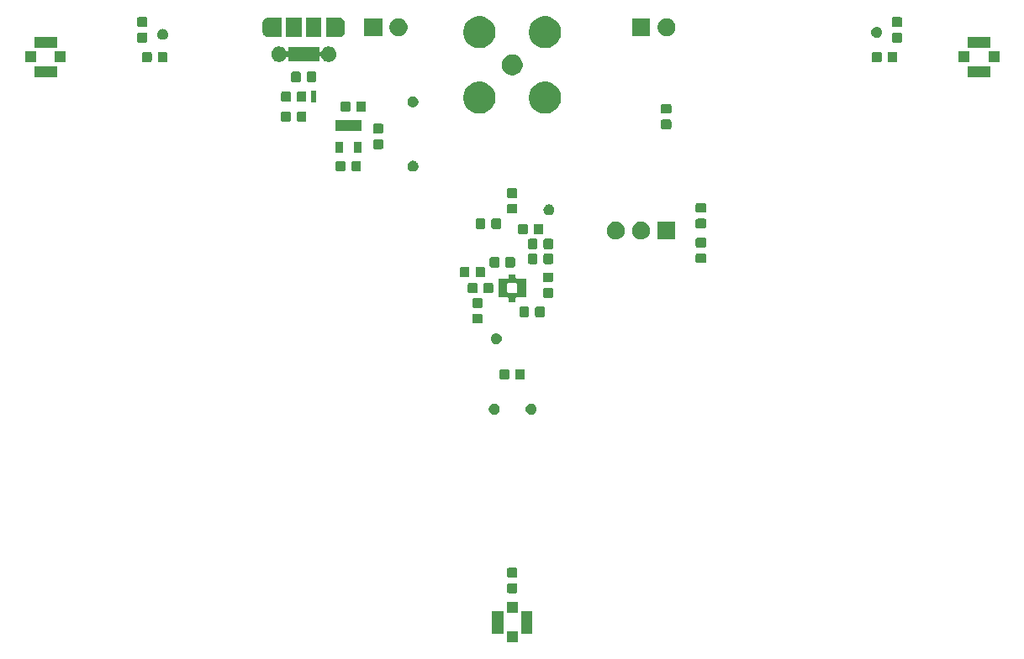
<source format=gbr>
G04 #@! TF.GenerationSoftware,KiCad,Pcbnew,(5.1.5-0-10_14)*
G04 #@! TF.CreationDate,2020-12-29T13:30:18-08:00*
G04 #@! TF.ProjectId,FakeEyes,46616b65-4579-4657-932e-6b696361645f,rev?*
G04 #@! TF.SameCoordinates,Original*
G04 #@! TF.FileFunction,Soldermask,Top*
G04 #@! TF.FilePolarity,Negative*
%FSLAX46Y46*%
G04 Gerber Fmt 4.6, Leading zero omitted, Abs format (unit mm)*
G04 Created by KiCad (PCBNEW (5.1.5-0-10_14)) date 2020-12-29 13:30:18*
%MOMM*%
%LPD*%
G04 APERTURE LIST*
%ADD10C,0.150000*%
G04 APERTURE END LIST*
D10*
G36*
X110551000Y-124051000D02*
G01*
X109449000Y-124051000D01*
X109449000Y-122949000D01*
X110551000Y-122949000D01*
X110551000Y-124051000D01*
G37*
G36*
X112051000Y-123151000D02*
G01*
X110899000Y-123151000D01*
X110899000Y-120849000D01*
X112051000Y-120849000D01*
X112051000Y-123151000D01*
G37*
G36*
X109101000Y-123151000D02*
G01*
X107949000Y-123151000D01*
X107949000Y-120849000D01*
X109101000Y-120849000D01*
X109101000Y-123151000D01*
G37*
G36*
X110551000Y-121051000D02*
G01*
X109449000Y-121051000D01*
X109449000Y-119949000D01*
X110551000Y-119949000D01*
X110551000Y-121051000D01*
G37*
G36*
X110379591Y-118090585D02*
G01*
X110413569Y-118100893D01*
X110444890Y-118117634D01*
X110472339Y-118140161D01*
X110494866Y-118167610D01*
X110511607Y-118198931D01*
X110521915Y-118232909D01*
X110526000Y-118274390D01*
X110526000Y-118875610D01*
X110521915Y-118917091D01*
X110511607Y-118951069D01*
X110494866Y-118982390D01*
X110472339Y-119009839D01*
X110444890Y-119032366D01*
X110413569Y-119049107D01*
X110379591Y-119059415D01*
X110338110Y-119063500D01*
X109661890Y-119063500D01*
X109620409Y-119059415D01*
X109586431Y-119049107D01*
X109555110Y-119032366D01*
X109527661Y-119009839D01*
X109505134Y-118982390D01*
X109488393Y-118951069D01*
X109478085Y-118917091D01*
X109474000Y-118875610D01*
X109474000Y-118274390D01*
X109478085Y-118232909D01*
X109488393Y-118198931D01*
X109505134Y-118167610D01*
X109527661Y-118140161D01*
X109555110Y-118117634D01*
X109586431Y-118100893D01*
X109620409Y-118090585D01*
X109661890Y-118086500D01*
X110338110Y-118086500D01*
X110379591Y-118090585D01*
G37*
G36*
X110379591Y-116515585D02*
G01*
X110413569Y-116525893D01*
X110444890Y-116542634D01*
X110472339Y-116565161D01*
X110494866Y-116592610D01*
X110511607Y-116623931D01*
X110521915Y-116657909D01*
X110526000Y-116699390D01*
X110526000Y-117300610D01*
X110521915Y-117342091D01*
X110511607Y-117376069D01*
X110494866Y-117407390D01*
X110472339Y-117434839D01*
X110444890Y-117457366D01*
X110413569Y-117474107D01*
X110379591Y-117484415D01*
X110338110Y-117488500D01*
X109661890Y-117488500D01*
X109620409Y-117484415D01*
X109586431Y-117474107D01*
X109555110Y-117457366D01*
X109527661Y-117434839D01*
X109505134Y-117407390D01*
X109488393Y-117376069D01*
X109478085Y-117342091D01*
X109474000Y-117300610D01*
X109474000Y-116699390D01*
X109478085Y-116657909D01*
X109488393Y-116623931D01*
X109505134Y-116592610D01*
X109527661Y-116565161D01*
X109555110Y-116542634D01*
X109586431Y-116525893D01*
X109620409Y-116515585D01*
X109661890Y-116511500D01*
X110338110Y-116511500D01*
X110379591Y-116515585D01*
G37*
G36*
X112060721Y-99970174D02*
G01*
X112160995Y-100011709D01*
X112160996Y-100011710D01*
X112251242Y-100072010D01*
X112327990Y-100148758D01*
X112327991Y-100148760D01*
X112388291Y-100239005D01*
X112429826Y-100339279D01*
X112451000Y-100445730D01*
X112451000Y-100554270D01*
X112429826Y-100660721D01*
X112388291Y-100760995D01*
X112388290Y-100760996D01*
X112327990Y-100851242D01*
X112251242Y-100927990D01*
X112205812Y-100958345D01*
X112160995Y-100988291D01*
X112060721Y-101029826D01*
X111954270Y-101051000D01*
X111845730Y-101051000D01*
X111739279Y-101029826D01*
X111639005Y-100988291D01*
X111594188Y-100958345D01*
X111548758Y-100927990D01*
X111472010Y-100851242D01*
X111411710Y-100760996D01*
X111411709Y-100760995D01*
X111370174Y-100660721D01*
X111349000Y-100554270D01*
X111349000Y-100445730D01*
X111370174Y-100339279D01*
X111411709Y-100239005D01*
X111472009Y-100148760D01*
X111472010Y-100148758D01*
X111548758Y-100072010D01*
X111639004Y-100011710D01*
X111639005Y-100011709D01*
X111739279Y-99970174D01*
X111845730Y-99949000D01*
X111954270Y-99949000D01*
X112060721Y-99970174D01*
G37*
G36*
X108360721Y-99970174D02*
G01*
X108460995Y-100011709D01*
X108460996Y-100011710D01*
X108551242Y-100072010D01*
X108627990Y-100148758D01*
X108627991Y-100148760D01*
X108688291Y-100239005D01*
X108729826Y-100339279D01*
X108751000Y-100445730D01*
X108751000Y-100554270D01*
X108729826Y-100660721D01*
X108688291Y-100760995D01*
X108688290Y-100760996D01*
X108627990Y-100851242D01*
X108551242Y-100927990D01*
X108505812Y-100958345D01*
X108460995Y-100988291D01*
X108360721Y-101029826D01*
X108254270Y-101051000D01*
X108145730Y-101051000D01*
X108039279Y-101029826D01*
X107939005Y-100988291D01*
X107894188Y-100958345D01*
X107848758Y-100927990D01*
X107772010Y-100851242D01*
X107711710Y-100760996D01*
X107711709Y-100760995D01*
X107670174Y-100660721D01*
X107649000Y-100554270D01*
X107649000Y-100445730D01*
X107670174Y-100339279D01*
X107711709Y-100239005D01*
X107772009Y-100148760D01*
X107772010Y-100148758D01*
X107848758Y-100072010D01*
X107939004Y-100011710D01*
X107939005Y-100011709D01*
X108039279Y-99970174D01*
X108145730Y-99949000D01*
X108254270Y-99949000D01*
X108360721Y-99970174D01*
G37*
G36*
X111129591Y-96478085D02*
G01*
X111163569Y-96488393D01*
X111194890Y-96505134D01*
X111222339Y-96527661D01*
X111244866Y-96555110D01*
X111261607Y-96586431D01*
X111271915Y-96620409D01*
X111276000Y-96661890D01*
X111276000Y-97338110D01*
X111271915Y-97379591D01*
X111261607Y-97413569D01*
X111244866Y-97444890D01*
X111222339Y-97472339D01*
X111194890Y-97494866D01*
X111163569Y-97511607D01*
X111129591Y-97521915D01*
X111088110Y-97526000D01*
X110486890Y-97526000D01*
X110445409Y-97521915D01*
X110411431Y-97511607D01*
X110380110Y-97494866D01*
X110352661Y-97472339D01*
X110330134Y-97444890D01*
X110313393Y-97413569D01*
X110303085Y-97379591D01*
X110299000Y-97338110D01*
X110299000Y-96661890D01*
X110303085Y-96620409D01*
X110313393Y-96586431D01*
X110330134Y-96555110D01*
X110352661Y-96527661D01*
X110380110Y-96505134D01*
X110411431Y-96488393D01*
X110445409Y-96478085D01*
X110486890Y-96474000D01*
X111088110Y-96474000D01*
X111129591Y-96478085D01*
G37*
G36*
X109554591Y-96478085D02*
G01*
X109588569Y-96488393D01*
X109619890Y-96505134D01*
X109647339Y-96527661D01*
X109669866Y-96555110D01*
X109686607Y-96586431D01*
X109696915Y-96620409D01*
X109701000Y-96661890D01*
X109701000Y-97338110D01*
X109696915Y-97379591D01*
X109686607Y-97413569D01*
X109669866Y-97444890D01*
X109647339Y-97472339D01*
X109619890Y-97494866D01*
X109588569Y-97511607D01*
X109554591Y-97521915D01*
X109513110Y-97526000D01*
X108911890Y-97526000D01*
X108870409Y-97521915D01*
X108836431Y-97511607D01*
X108805110Y-97494866D01*
X108777661Y-97472339D01*
X108755134Y-97444890D01*
X108738393Y-97413569D01*
X108728085Y-97379591D01*
X108724000Y-97338110D01*
X108724000Y-96661890D01*
X108728085Y-96620409D01*
X108738393Y-96586431D01*
X108755134Y-96555110D01*
X108777661Y-96527661D01*
X108805110Y-96505134D01*
X108836431Y-96488393D01*
X108870409Y-96478085D01*
X108911890Y-96474000D01*
X109513110Y-96474000D01*
X109554591Y-96478085D01*
G37*
G36*
X108560721Y-92870174D02*
G01*
X108660995Y-92911709D01*
X108660996Y-92911710D01*
X108751242Y-92972010D01*
X108827990Y-93048758D01*
X108827991Y-93048760D01*
X108888291Y-93139005D01*
X108929826Y-93239279D01*
X108951000Y-93345730D01*
X108951000Y-93454270D01*
X108929826Y-93560721D01*
X108888291Y-93660995D01*
X108888290Y-93660996D01*
X108827990Y-93751242D01*
X108751242Y-93827990D01*
X108705812Y-93858345D01*
X108660995Y-93888291D01*
X108560721Y-93929826D01*
X108454270Y-93951000D01*
X108345730Y-93951000D01*
X108239279Y-93929826D01*
X108139005Y-93888291D01*
X108094188Y-93858345D01*
X108048758Y-93827990D01*
X107972010Y-93751242D01*
X107911710Y-93660996D01*
X107911709Y-93660995D01*
X107870174Y-93560721D01*
X107849000Y-93454270D01*
X107849000Y-93345730D01*
X107870174Y-93239279D01*
X107911709Y-93139005D01*
X107972009Y-93048760D01*
X107972010Y-93048758D01*
X108048758Y-92972010D01*
X108139004Y-92911710D01*
X108139005Y-92911709D01*
X108239279Y-92870174D01*
X108345730Y-92849000D01*
X108454270Y-92849000D01*
X108560721Y-92870174D01*
G37*
G36*
X106879591Y-90903085D02*
G01*
X106913569Y-90913393D01*
X106944890Y-90930134D01*
X106972339Y-90952661D01*
X106994866Y-90980110D01*
X107011607Y-91011431D01*
X107021915Y-91045409D01*
X107026000Y-91086890D01*
X107026000Y-91688110D01*
X107021915Y-91729591D01*
X107011607Y-91763569D01*
X106994866Y-91794890D01*
X106972339Y-91822339D01*
X106944890Y-91844866D01*
X106913569Y-91861607D01*
X106879591Y-91871915D01*
X106838110Y-91876000D01*
X106161890Y-91876000D01*
X106120409Y-91871915D01*
X106086431Y-91861607D01*
X106055110Y-91844866D01*
X106027661Y-91822339D01*
X106005134Y-91794890D01*
X105988393Y-91763569D01*
X105978085Y-91729591D01*
X105974000Y-91688110D01*
X105974000Y-91086890D01*
X105978085Y-91045409D01*
X105988393Y-91011431D01*
X106005134Y-90980110D01*
X106027661Y-90952661D01*
X106055110Y-90930134D01*
X106086431Y-90913393D01*
X106120409Y-90903085D01*
X106161890Y-90899000D01*
X106838110Y-90899000D01*
X106879591Y-90903085D01*
G37*
G36*
X113129591Y-90178085D02*
G01*
X113163569Y-90188393D01*
X113194890Y-90205134D01*
X113222339Y-90227661D01*
X113244866Y-90255110D01*
X113261607Y-90286431D01*
X113271915Y-90320409D01*
X113276000Y-90361890D01*
X113276000Y-91038110D01*
X113271915Y-91079591D01*
X113261607Y-91113569D01*
X113244866Y-91144890D01*
X113222339Y-91172339D01*
X113194890Y-91194866D01*
X113163569Y-91211607D01*
X113129591Y-91221915D01*
X113088110Y-91226000D01*
X112486890Y-91226000D01*
X112445409Y-91221915D01*
X112411431Y-91211607D01*
X112380110Y-91194866D01*
X112352661Y-91172339D01*
X112330134Y-91144890D01*
X112313393Y-91113569D01*
X112303085Y-91079591D01*
X112299000Y-91038110D01*
X112299000Y-90361890D01*
X112303085Y-90320409D01*
X112313393Y-90286431D01*
X112330134Y-90255110D01*
X112352661Y-90227661D01*
X112380110Y-90205134D01*
X112411431Y-90188393D01*
X112445409Y-90178085D01*
X112486890Y-90174000D01*
X113088110Y-90174000D01*
X113129591Y-90178085D01*
G37*
G36*
X111554591Y-90178085D02*
G01*
X111588569Y-90188393D01*
X111619890Y-90205134D01*
X111647339Y-90227661D01*
X111669866Y-90255110D01*
X111686607Y-90286431D01*
X111696915Y-90320409D01*
X111701000Y-90361890D01*
X111701000Y-91038110D01*
X111696915Y-91079591D01*
X111686607Y-91113569D01*
X111669866Y-91144890D01*
X111647339Y-91172339D01*
X111619890Y-91194866D01*
X111588569Y-91211607D01*
X111554591Y-91221915D01*
X111513110Y-91226000D01*
X110911890Y-91226000D01*
X110870409Y-91221915D01*
X110836431Y-91211607D01*
X110805110Y-91194866D01*
X110777661Y-91172339D01*
X110755134Y-91144890D01*
X110738393Y-91113569D01*
X110728085Y-91079591D01*
X110724000Y-91038110D01*
X110724000Y-90361890D01*
X110728085Y-90320409D01*
X110738393Y-90286431D01*
X110755134Y-90255110D01*
X110777661Y-90227661D01*
X110805110Y-90205134D01*
X110836431Y-90188393D01*
X110870409Y-90178085D01*
X110911890Y-90174000D01*
X111513110Y-90174000D01*
X111554591Y-90178085D01*
G37*
G36*
X106879591Y-89328085D02*
G01*
X106913569Y-89338393D01*
X106944890Y-89355134D01*
X106972339Y-89377661D01*
X106994866Y-89405110D01*
X107011607Y-89436431D01*
X107021915Y-89470409D01*
X107026000Y-89511890D01*
X107026000Y-90113110D01*
X107021915Y-90154591D01*
X107011607Y-90188569D01*
X106994866Y-90219890D01*
X106972339Y-90247339D01*
X106944890Y-90269866D01*
X106913569Y-90286607D01*
X106879591Y-90296915D01*
X106838110Y-90301000D01*
X106161890Y-90301000D01*
X106120409Y-90296915D01*
X106086431Y-90286607D01*
X106055110Y-90269866D01*
X106027661Y-90247339D01*
X106005134Y-90219890D01*
X105988393Y-90188569D01*
X105978085Y-90154591D01*
X105974000Y-90113110D01*
X105974000Y-89511890D01*
X105978085Y-89470409D01*
X105988393Y-89436431D01*
X106005134Y-89405110D01*
X106027661Y-89377661D01*
X106055110Y-89355134D01*
X106086431Y-89338393D01*
X106120409Y-89328085D01*
X106161890Y-89324000D01*
X106838110Y-89324000D01*
X106879591Y-89328085D01*
G37*
G36*
X109940416Y-86899843D02*
G01*
X109944556Y-86901099D01*
X109963716Y-86909035D01*
X109987750Y-86913815D01*
X110012254Y-86913815D01*
X110036287Y-86909034D01*
X110055445Y-86901099D01*
X110059584Y-86899843D01*
X110068143Y-86899000D01*
X110331857Y-86899000D01*
X110340416Y-86899843D01*
X110342745Y-86900550D01*
X110344887Y-86901695D01*
X110346765Y-86903235D01*
X110348305Y-86905113D01*
X110349450Y-86907255D01*
X110350157Y-86909584D01*
X110351000Y-86918143D01*
X110351000Y-87229407D01*
X110353402Y-87253793D01*
X110360515Y-87277242D01*
X110372066Y-87298853D01*
X110387611Y-87317795D01*
X110406553Y-87333340D01*
X110428164Y-87344891D01*
X110451613Y-87352004D01*
X110475999Y-87354406D01*
X110501179Y-87350671D01*
X110518143Y-87349000D01*
X111381857Y-87349000D01*
X111390416Y-87349843D01*
X111392745Y-87350550D01*
X111394887Y-87351695D01*
X111396765Y-87353235D01*
X111398305Y-87355113D01*
X111399450Y-87357255D01*
X111400157Y-87359584D01*
X111401000Y-87368143D01*
X111401000Y-87631857D01*
X111400157Y-87640416D01*
X111398901Y-87644556D01*
X111390965Y-87663716D01*
X111386185Y-87687750D01*
X111386185Y-87712254D01*
X111390966Y-87736287D01*
X111398901Y-87755445D01*
X111400157Y-87759584D01*
X111401000Y-87768143D01*
X111401000Y-88031857D01*
X111400157Y-88040416D01*
X111398901Y-88044556D01*
X111390965Y-88063716D01*
X111386185Y-88087750D01*
X111386185Y-88112254D01*
X111390966Y-88136287D01*
X111398901Y-88155445D01*
X111400157Y-88159584D01*
X111401000Y-88168143D01*
X111401000Y-88431857D01*
X111400157Y-88440416D01*
X111398901Y-88444556D01*
X111390965Y-88463716D01*
X111386185Y-88487750D01*
X111386185Y-88512254D01*
X111390966Y-88536287D01*
X111398901Y-88555445D01*
X111400157Y-88559584D01*
X111401000Y-88568143D01*
X111401000Y-88831857D01*
X111400157Y-88840416D01*
X111398901Y-88844556D01*
X111390965Y-88863716D01*
X111386185Y-88887750D01*
X111386185Y-88912254D01*
X111390966Y-88936287D01*
X111398901Y-88955445D01*
X111400157Y-88959584D01*
X111401000Y-88968143D01*
X111401000Y-89231855D01*
X111400157Y-89240416D01*
X111399450Y-89242745D01*
X111398305Y-89244887D01*
X111396765Y-89246765D01*
X111394887Y-89248305D01*
X111392745Y-89249450D01*
X111390416Y-89250157D01*
X111381857Y-89251000D01*
X110518143Y-89251000D01*
X110506772Y-89249880D01*
X110488250Y-89246196D01*
X110463746Y-89246196D01*
X110439713Y-89250977D01*
X110417074Y-89260354D01*
X110396700Y-89273968D01*
X110379373Y-89291295D01*
X110365759Y-89311670D01*
X110356382Y-89334309D01*
X110351000Y-89370593D01*
X110351000Y-89681857D01*
X110350157Y-89690416D01*
X110349450Y-89692745D01*
X110348305Y-89694887D01*
X110346765Y-89696765D01*
X110344887Y-89698305D01*
X110342745Y-89699450D01*
X110340416Y-89700157D01*
X110331857Y-89701000D01*
X110068143Y-89701000D01*
X110059584Y-89700157D01*
X110055444Y-89698901D01*
X110036284Y-89690965D01*
X110012250Y-89686185D01*
X109987746Y-89686185D01*
X109963713Y-89690966D01*
X109944555Y-89698901D01*
X109940416Y-89700157D01*
X109931857Y-89701000D01*
X109668143Y-89701000D01*
X109659584Y-89700157D01*
X109657255Y-89699450D01*
X109655113Y-89698305D01*
X109653235Y-89696765D01*
X109651695Y-89694887D01*
X109650550Y-89692745D01*
X109649843Y-89690416D01*
X109649000Y-89681857D01*
X109649000Y-89370593D01*
X109646598Y-89346207D01*
X109639485Y-89322758D01*
X109627934Y-89301147D01*
X109612389Y-89282205D01*
X109593447Y-89266660D01*
X109571836Y-89255109D01*
X109548387Y-89247996D01*
X109524001Y-89245594D01*
X109498821Y-89249329D01*
X109481857Y-89251000D01*
X108618143Y-89251000D01*
X108609584Y-89250157D01*
X108607255Y-89249450D01*
X108605113Y-89248305D01*
X108603235Y-89246765D01*
X108601695Y-89244887D01*
X108600550Y-89242745D01*
X108599843Y-89240416D01*
X108599000Y-89231855D01*
X108599000Y-88968143D01*
X108599843Y-88959584D01*
X108601099Y-88955444D01*
X108609035Y-88936284D01*
X108613815Y-88912250D01*
X108613815Y-88887746D01*
X108609034Y-88863713D01*
X108601099Y-88844555D01*
X108599843Y-88840416D01*
X108599000Y-88831857D01*
X108599000Y-88568143D01*
X108599843Y-88559584D01*
X108601099Y-88555444D01*
X108609035Y-88536284D01*
X108613815Y-88512250D01*
X108613815Y-88487746D01*
X108609034Y-88463713D01*
X108601099Y-88444555D01*
X108599843Y-88440416D01*
X108599000Y-88431857D01*
X108599000Y-88168143D01*
X108599843Y-88159584D01*
X108601099Y-88155444D01*
X108609035Y-88136284D01*
X108613815Y-88112250D01*
X108613815Y-88087750D01*
X109486185Y-88087750D01*
X109486185Y-88112254D01*
X109490966Y-88136287D01*
X109498901Y-88155445D01*
X109500157Y-88159584D01*
X109501000Y-88168143D01*
X109501000Y-88431857D01*
X109500157Y-88440416D01*
X109498901Y-88444556D01*
X109490965Y-88463716D01*
X109486185Y-88487750D01*
X109486185Y-88512254D01*
X109490966Y-88536287D01*
X109498901Y-88555445D01*
X109500157Y-88559584D01*
X109501000Y-88568143D01*
X109501000Y-88679407D01*
X109503402Y-88703793D01*
X109510515Y-88727242D01*
X109522066Y-88748853D01*
X109537611Y-88767795D01*
X109556553Y-88783340D01*
X109578164Y-88794891D01*
X109601613Y-88802004D01*
X109625999Y-88804406D01*
X109651179Y-88800671D01*
X109668143Y-88799000D01*
X109931857Y-88799000D01*
X109940416Y-88799843D01*
X109944556Y-88801099D01*
X109963716Y-88809035D01*
X109987750Y-88813815D01*
X110012254Y-88813815D01*
X110036287Y-88809034D01*
X110055445Y-88801099D01*
X110059584Y-88799843D01*
X110068143Y-88799000D01*
X110331857Y-88799000D01*
X110343228Y-88800120D01*
X110361750Y-88803804D01*
X110386254Y-88803804D01*
X110410287Y-88799023D01*
X110432926Y-88789646D01*
X110453300Y-88776032D01*
X110470627Y-88758705D01*
X110484241Y-88738330D01*
X110493618Y-88715691D01*
X110499000Y-88679407D01*
X110499000Y-88568143D01*
X110499843Y-88559584D01*
X110501099Y-88555444D01*
X110509035Y-88536284D01*
X110513815Y-88512250D01*
X110513815Y-88487746D01*
X110509034Y-88463713D01*
X110501099Y-88444555D01*
X110499843Y-88440416D01*
X110499000Y-88431857D01*
X110499000Y-88168143D01*
X110499843Y-88159584D01*
X110501099Y-88155444D01*
X110509035Y-88136284D01*
X110513815Y-88112250D01*
X110513815Y-88087746D01*
X110509034Y-88063713D01*
X110501099Y-88044555D01*
X110499843Y-88040416D01*
X110499000Y-88031857D01*
X110499000Y-87920593D01*
X110496598Y-87896207D01*
X110489485Y-87872758D01*
X110477934Y-87851147D01*
X110462389Y-87832205D01*
X110443447Y-87816660D01*
X110421836Y-87805109D01*
X110398387Y-87797996D01*
X110374001Y-87795594D01*
X110348821Y-87799329D01*
X110331857Y-87801000D01*
X110068143Y-87801000D01*
X110059584Y-87800157D01*
X110055444Y-87798901D01*
X110036284Y-87790965D01*
X110012250Y-87786185D01*
X109987746Y-87786185D01*
X109963713Y-87790966D01*
X109944555Y-87798901D01*
X109940416Y-87800157D01*
X109931857Y-87801000D01*
X109668143Y-87801000D01*
X109656772Y-87799880D01*
X109638250Y-87796196D01*
X109613746Y-87796196D01*
X109589713Y-87800977D01*
X109567074Y-87810354D01*
X109546700Y-87823968D01*
X109529373Y-87841295D01*
X109515759Y-87861670D01*
X109506382Y-87884309D01*
X109501000Y-87920593D01*
X109501000Y-88031857D01*
X109500157Y-88040416D01*
X109498901Y-88044556D01*
X109490965Y-88063716D01*
X109486185Y-88087750D01*
X108613815Y-88087750D01*
X108613815Y-88087746D01*
X108609034Y-88063713D01*
X108601099Y-88044555D01*
X108599843Y-88040416D01*
X108599000Y-88031857D01*
X108599000Y-87768143D01*
X108599843Y-87759584D01*
X108601099Y-87755444D01*
X108609035Y-87736284D01*
X108613815Y-87712250D01*
X108613815Y-87687746D01*
X108609034Y-87663713D01*
X108601099Y-87644555D01*
X108599843Y-87640416D01*
X108599000Y-87631857D01*
X108599000Y-87368143D01*
X108599843Y-87359584D01*
X108600550Y-87357255D01*
X108601695Y-87355113D01*
X108603235Y-87353235D01*
X108605113Y-87351695D01*
X108607255Y-87350550D01*
X108609584Y-87349843D01*
X108618143Y-87349000D01*
X109481857Y-87349000D01*
X109493228Y-87350120D01*
X109511750Y-87353804D01*
X109536254Y-87353804D01*
X109560287Y-87349023D01*
X109582926Y-87339646D01*
X109603300Y-87326032D01*
X109620627Y-87308705D01*
X109634241Y-87288330D01*
X109643618Y-87265691D01*
X109649000Y-87229407D01*
X109649000Y-86918143D01*
X109649843Y-86909584D01*
X109650550Y-86907255D01*
X109651695Y-86905113D01*
X109653235Y-86903235D01*
X109655113Y-86901695D01*
X109657255Y-86900550D01*
X109659584Y-86899843D01*
X109668143Y-86899000D01*
X109931857Y-86899000D01*
X109940416Y-86899843D01*
G37*
G36*
X113979591Y-88303085D02*
G01*
X114013569Y-88313393D01*
X114044890Y-88330134D01*
X114072339Y-88352661D01*
X114094866Y-88380110D01*
X114111607Y-88411431D01*
X114121915Y-88445409D01*
X114126000Y-88486890D01*
X114126000Y-89088110D01*
X114121915Y-89129591D01*
X114111607Y-89163569D01*
X114094866Y-89194890D01*
X114072339Y-89222339D01*
X114044890Y-89244866D01*
X114013569Y-89261607D01*
X113979591Y-89271915D01*
X113938110Y-89276000D01*
X113261890Y-89276000D01*
X113220409Y-89271915D01*
X113186431Y-89261607D01*
X113155110Y-89244866D01*
X113127661Y-89222339D01*
X113105134Y-89194890D01*
X113088393Y-89163569D01*
X113078085Y-89129591D01*
X113074000Y-89088110D01*
X113074000Y-88486890D01*
X113078085Y-88445409D01*
X113088393Y-88411431D01*
X113105134Y-88380110D01*
X113127661Y-88352661D01*
X113155110Y-88330134D01*
X113186431Y-88313393D01*
X113220409Y-88303085D01*
X113261890Y-88299000D01*
X113938110Y-88299000D01*
X113979591Y-88303085D01*
G37*
G36*
X106354591Y-87778085D02*
G01*
X106388569Y-87788393D01*
X106419890Y-87805134D01*
X106447339Y-87827661D01*
X106469866Y-87855110D01*
X106486607Y-87886431D01*
X106496915Y-87920409D01*
X106501000Y-87961890D01*
X106501000Y-88638110D01*
X106496915Y-88679591D01*
X106486607Y-88713569D01*
X106469866Y-88744890D01*
X106447339Y-88772339D01*
X106419890Y-88794866D01*
X106388569Y-88811607D01*
X106354591Y-88821915D01*
X106313110Y-88826000D01*
X105711890Y-88826000D01*
X105670409Y-88821915D01*
X105636431Y-88811607D01*
X105605110Y-88794866D01*
X105577661Y-88772339D01*
X105555134Y-88744890D01*
X105538393Y-88713569D01*
X105528085Y-88679591D01*
X105524000Y-88638110D01*
X105524000Y-87961890D01*
X105528085Y-87920409D01*
X105538393Y-87886431D01*
X105555134Y-87855110D01*
X105577661Y-87827661D01*
X105605110Y-87805134D01*
X105636431Y-87788393D01*
X105670409Y-87778085D01*
X105711890Y-87774000D01*
X106313110Y-87774000D01*
X106354591Y-87778085D01*
G37*
G36*
X107929591Y-87778085D02*
G01*
X107963569Y-87788393D01*
X107994890Y-87805134D01*
X108022339Y-87827661D01*
X108044866Y-87855110D01*
X108061607Y-87886431D01*
X108071915Y-87920409D01*
X108076000Y-87961890D01*
X108076000Y-88638110D01*
X108071915Y-88679591D01*
X108061607Y-88713569D01*
X108044866Y-88744890D01*
X108022339Y-88772339D01*
X107994890Y-88794866D01*
X107963569Y-88811607D01*
X107929591Y-88821915D01*
X107888110Y-88826000D01*
X107286890Y-88826000D01*
X107245409Y-88821915D01*
X107211431Y-88811607D01*
X107180110Y-88794866D01*
X107152661Y-88772339D01*
X107130134Y-88744890D01*
X107113393Y-88713569D01*
X107103085Y-88679591D01*
X107099000Y-88638110D01*
X107099000Y-87961890D01*
X107103085Y-87920409D01*
X107113393Y-87886431D01*
X107130134Y-87855110D01*
X107152661Y-87827661D01*
X107180110Y-87805134D01*
X107211431Y-87788393D01*
X107245409Y-87778085D01*
X107286890Y-87774000D01*
X107888110Y-87774000D01*
X107929591Y-87778085D01*
G37*
G36*
X113979591Y-86728085D02*
G01*
X114013569Y-86738393D01*
X114044890Y-86755134D01*
X114072339Y-86777661D01*
X114094866Y-86805110D01*
X114111607Y-86836431D01*
X114121915Y-86870409D01*
X114126000Y-86911890D01*
X114126000Y-87513110D01*
X114121915Y-87554591D01*
X114111607Y-87588569D01*
X114094866Y-87619890D01*
X114072339Y-87647339D01*
X114044890Y-87669866D01*
X114013569Y-87686607D01*
X113979591Y-87696915D01*
X113938110Y-87701000D01*
X113261890Y-87701000D01*
X113220409Y-87696915D01*
X113186431Y-87686607D01*
X113155110Y-87669866D01*
X113127661Y-87647339D01*
X113105134Y-87619890D01*
X113088393Y-87588569D01*
X113078085Y-87554591D01*
X113074000Y-87513110D01*
X113074000Y-86911890D01*
X113078085Y-86870409D01*
X113088393Y-86836431D01*
X113105134Y-86805110D01*
X113127661Y-86777661D01*
X113155110Y-86755134D01*
X113186431Y-86738393D01*
X113220409Y-86728085D01*
X113261890Y-86724000D01*
X113938110Y-86724000D01*
X113979591Y-86728085D01*
G37*
G36*
X105554591Y-86178085D02*
G01*
X105588569Y-86188393D01*
X105619890Y-86205134D01*
X105647339Y-86227661D01*
X105669866Y-86255110D01*
X105686607Y-86286431D01*
X105696915Y-86320409D01*
X105701000Y-86361890D01*
X105701000Y-87038110D01*
X105696915Y-87079591D01*
X105686607Y-87113569D01*
X105669866Y-87144890D01*
X105647339Y-87172339D01*
X105619890Y-87194866D01*
X105588569Y-87211607D01*
X105554591Y-87221915D01*
X105513110Y-87226000D01*
X104911890Y-87226000D01*
X104870409Y-87221915D01*
X104836431Y-87211607D01*
X104805110Y-87194866D01*
X104777661Y-87172339D01*
X104755134Y-87144890D01*
X104738393Y-87113569D01*
X104728085Y-87079591D01*
X104724000Y-87038110D01*
X104724000Y-86361890D01*
X104728085Y-86320409D01*
X104738393Y-86286431D01*
X104755134Y-86255110D01*
X104777661Y-86227661D01*
X104805110Y-86205134D01*
X104836431Y-86188393D01*
X104870409Y-86178085D01*
X104911890Y-86174000D01*
X105513110Y-86174000D01*
X105554591Y-86178085D01*
G37*
G36*
X107129591Y-86178085D02*
G01*
X107163569Y-86188393D01*
X107194890Y-86205134D01*
X107222339Y-86227661D01*
X107244866Y-86255110D01*
X107261607Y-86286431D01*
X107271915Y-86320409D01*
X107276000Y-86361890D01*
X107276000Y-87038110D01*
X107271915Y-87079591D01*
X107261607Y-87113569D01*
X107244866Y-87144890D01*
X107222339Y-87172339D01*
X107194890Y-87194866D01*
X107163569Y-87211607D01*
X107129591Y-87221915D01*
X107088110Y-87226000D01*
X106486890Y-87226000D01*
X106445409Y-87221915D01*
X106411431Y-87211607D01*
X106380110Y-87194866D01*
X106352661Y-87172339D01*
X106330134Y-87144890D01*
X106313393Y-87113569D01*
X106303085Y-87079591D01*
X106299000Y-87038110D01*
X106299000Y-86361890D01*
X106303085Y-86320409D01*
X106313393Y-86286431D01*
X106330134Y-86255110D01*
X106352661Y-86227661D01*
X106380110Y-86205134D01*
X106411431Y-86188393D01*
X106445409Y-86178085D01*
X106486890Y-86174000D01*
X107088110Y-86174000D01*
X107129591Y-86178085D01*
G37*
G36*
X110129591Y-85178085D02*
G01*
X110163569Y-85188393D01*
X110194890Y-85205134D01*
X110222339Y-85227661D01*
X110244866Y-85255110D01*
X110261607Y-85286431D01*
X110271915Y-85320409D01*
X110276000Y-85361890D01*
X110276000Y-86038110D01*
X110271915Y-86079591D01*
X110261607Y-86113569D01*
X110244866Y-86144890D01*
X110222339Y-86172339D01*
X110194890Y-86194866D01*
X110163569Y-86211607D01*
X110129591Y-86221915D01*
X110088110Y-86226000D01*
X109486890Y-86226000D01*
X109445409Y-86221915D01*
X109411431Y-86211607D01*
X109380110Y-86194866D01*
X109352661Y-86172339D01*
X109330134Y-86144890D01*
X109313393Y-86113569D01*
X109303085Y-86079591D01*
X109299000Y-86038110D01*
X109299000Y-85361890D01*
X109303085Y-85320409D01*
X109313393Y-85286431D01*
X109330134Y-85255110D01*
X109352661Y-85227661D01*
X109380110Y-85205134D01*
X109411431Y-85188393D01*
X109445409Y-85178085D01*
X109486890Y-85174000D01*
X110088110Y-85174000D01*
X110129591Y-85178085D01*
G37*
G36*
X108554591Y-85178085D02*
G01*
X108588569Y-85188393D01*
X108619890Y-85205134D01*
X108647339Y-85227661D01*
X108669866Y-85255110D01*
X108686607Y-85286431D01*
X108696915Y-85320409D01*
X108701000Y-85361890D01*
X108701000Y-86038110D01*
X108696915Y-86079591D01*
X108686607Y-86113569D01*
X108669866Y-86144890D01*
X108647339Y-86172339D01*
X108619890Y-86194866D01*
X108588569Y-86211607D01*
X108554591Y-86221915D01*
X108513110Y-86226000D01*
X107911890Y-86226000D01*
X107870409Y-86221915D01*
X107836431Y-86211607D01*
X107805110Y-86194866D01*
X107777661Y-86172339D01*
X107755134Y-86144890D01*
X107738393Y-86113569D01*
X107728085Y-86079591D01*
X107724000Y-86038110D01*
X107724000Y-85361890D01*
X107728085Y-85320409D01*
X107738393Y-85286431D01*
X107755134Y-85255110D01*
X107777661Y-85227661D01*
X107805110Y-85205134D01*
X107836431Y-85188393D01*
X107870409Y-85178085D01*
X107911890Y-85174000D01*
X108513110Y-85174000D01*
X108554591Y-85178085D01*
G37*
G36*
X112404591Y-84828085D02*
G01*
X112438569Y-84838393D01*
X112469890Y-84855134D01*
X112497339Y-84877661D01*
X112519866Y-84905110D01*
X112536607Y-84936431D01*
X112546915Y-84970409D01*
X112551000Y-85011890D01*
X112551000Y-85688110D01*
X112546915Y-85729591D01*
X112536607Y-85763569D01*
X112519866Y-85794890D01*
X112497339Y-85822339D01*
X112469890Y-85844866D01*
X112438569Y-85861607D01*
X112404591Y-85871915D01*
X112363110Y-85876000D01*
X111761890Y-85876000D01*
X111720409Y-85871915D01*
X111686431Y-85861607D01*
X111655110Y-85844866D01*
X111627661Y-85822339D01*
X111605134Y-85794890D01*
X111588393Y-85763569D01*
X111578085Y-85729591D01*
X111574000Y-85688110D01*
X111574000Y-85011890D01*
X111578085Y-84970409D01*
X111588393Y-84936431D01*
X111605134Y-84905110D01*
X111627661Y-84877661D01*
X111655110Y-84855134D01*
X111686431Y-84838393D01*
X111720409Y-84828085D01*
X111761890Y-84824000D01*
X112363110Y-84824000D01*
X112404591Y-84828085D01*
G37*
G36*
X113979591Y-84828085D02*
G01*
X114013569Y-84838393D01*
X114044890Y-84855134D01*
X114072339Y-84877661D01*
X114094866Y-84905110D01*
X114111607Y-84936431D01*
X114121915Y-84970409D01*
X114126000Y-85011890D01*
X114126000Y-85688110D01*
X114121915Y-85729591D01*
X114111607Y-85763569D01*
X114094866Y-85794890D01*
X114072339Y-85822339D01*
X114044890Y-85844866D01*
X114013569Y-85861607D01*
X113979591Y-85871915D01*
X113938110Y-85876000D01*
X113336890Y-85876000D01*
X113295409Y-85871915D01*
X113261431Y-85861607D01*
X113230110Y-85844866D01*
X113202661Y-85822339D01*
X113180134Y-85794890D01*
X113163393Y-85763569D01*
X113153085Y-85729591D01*
X113149000Y-85688110D01*
X113149000Y-85011890D01*
X113153085Y-84970409D01*
X113163393Y-84936431D01*
X113180134Y-84905110D01*
X113202661Y-84877661D01*
X113230110Y-84855134D01*
X113261431Y-84838393D01*
X113295409Y-84828085D01*
X113336890Y-84824000D01*
X113938110Y-84824000D01*
X113979591Y-84828085D01*
G37*
G36*
X129379591Y-84803085D02*
G01*
X129413569Y-84813393D01*
X129444890Y-84830134D01*
X129472339Y-84852661D01*
X129494866Y-84880110D01*
X129511607Y-84911431D01*
X129521915Y-84945409D01*
X129526000Y-84986890D01*
X129526000Y-85588110D01*
X129521915Y-85629591D01*
X129511607Y-85663569D01*
X129494866Y-85694890D01*
X129472339Y-85722339D01*
X129444890Y-85744866D01*
X129413569Y-85761607D01*
X129379591Y-85771915D01*
X129338110Y-85776000D01*
X128661890Y-85776000D01*
X128620409Y-85771915D01*
X128586431Y-85761607D01*
X128555110Y-85744866D01*
X128527661Y-85722339D01*
X128505134Y-85694890D01*
X128488393Y-85663569D01*
X128478085Y-85629591D01*
X128474000Y-85588110D01*
X128474000Y-84986890D01*
X128478085Y-84945409D01*
X128488393Y-84911431D01*
X128505134Y-84880110D01*
X128527661Y-84852661D01*
X128555110Y-84830134D01*
X128586431Y-84813393D01*
X128620409Y-84803085D01*
X128661890Y-84799000D01*
X129338110Y-84799000D01*
X129379591Y-84803085D01*
G37*
G36*
X113979591Y-83328085D02*
G01*
X114013569Y-83338393D01*
X114044890Y-83355134D01*
X114072339Y-83377661D01*
X114094866Y-83405110D01*
X114111607Y-83436431D01*
X114121915Y-83470409D01*
X114126000Y-83511890D01*
X114126000Y-84188110D01*
X114121915Y-84229591D01*
X114111607Y-84263569D01*
X114094866Y-84294890D01*
X114072339Y-84322339D01*
X114044890Y-84344866D01*
X114013569Y-84361607D01*
X113979591Y-84371915D01*
X113938110Y-84376000D01*
X113336890Y-84376000D01*
X113295409Y-84371915D01*
X113261431Y-84361607D01*
X113230110Y-84344866D01*
X113202661Y-84322339D01*
X113180134Y-84294890D01*
X113163393Y-84263569D01*
X113153085Y-84229591D01*
X113149000Y-84188110D01*
X113149000Y-83511890D01*
X113153085Y-83470409D01*
X113163393Y-83436431D01*
X113180134Y-83405110D01*
X113202661Y-83377661D01*
X113230110Y-83355134D01*
X113261431Y-83338393D01*
X113295409Y-83328085D01*
X113336890Y-83324000D01*
X113938110Y-83324000D01*
X113979591Y-83328085D01*
G37*
G36*
X112404591Y-83328085D02*
G01*
X112438569Y-83338393D01*
X112469890Y-83355134D01*
X112497339Y-83377661D01*
X112519866Y-83405110D01*
X112536607Y-83436431D01*
X112546915Y-83470409D01*
X112551000Y-83511890D01*
X112551000Y-84188110D01*
X112546915Y-84229591D01*
X112536607Y-84263569D01*
X112519866Y-84294890D01*
X112497339Y-84322339D01*
X112469890Y-84344866D01*
X112438569Y-84361607D01*
X112404591Y-84371915D01*
X112363110Y-84376000D01*
X111761890Y-84376000D01*
X111720409Y-84371915D01*
X111686431Y-84361607D01*
X111655110Y-84344866D01*
X111627661Y-84322339D01*
X111605134Y-84294890D01*
X111588393Y-84263569D01*
X111578085Y-84229591D01*
X111574000Y-84188110D01*
X111574000Y-83511890D01*
X111578085Y-83470409D01*
X111588393Y-83436431D01*
X111605134Y-83405110D01*
X111627661Y-83377661D01*
X111655110Y-83355134D01*
X111686431Y-83338393D01*
X111720409Y-83328085D01*
X111761890Y-83324000D01*
X112363110Y-83324000D01*
X112404591Y-83328085D01*
G37*
G36*
X129379591Y-83228085D02*
G01*
X129413569Y-83238393D01*
X129444890Y-83255134D01*
X129472339Y-83277661D01*
X129494866Y-83305110D01*
X129511607Y-83336431D01*
X129521915Y-83370409D01*
X129526000Y-83411890D01*
X129526000Y-84013110D01*
X129521915Y-84054591D01*
X129511607Y-84088569D01*
X129494866Y-84119890D01*
X129472339Y-84147339D01*
X129444890Y-84169866D01*
X129413569Y-84186607D01*
X129379591Y-84196915D01*
X129338110Y-84201000D01*
X128661890Y-84201000D01*
X128620409Y-84196915D01*
X128586431Y-84186607D01*
X128555110Y-84169866D01*
X128527661Y-84147339D01*
X128505134Y-84119890D01*
X128488393Y-84088569D01*
X128478085Y-84054591D01*
X128474000Y-84013110D01*
X128474000Y-83411890D01*
X128478085Y-83370409D01*
X128488393Y-83336431D01*
X128505134Y-83305110D01*
X128527661Y-83277661D01*
X128555110Y-83255134D01*
X128586431Y-83238393D01*
X128620409Y-83228085D01*
X128661890Y-83224000D01*
X129338110Y-83224000D01*
X129379591Y-83228085D01*
G37*
G36*
X126401000Y-83401000D02*
G01*
X124599000Y-83401000D01*
X124599000Y-81599000D01*
X126401000Y-81599000D01*
X126401000Y-83401000D01*
G37*
G36*
X123073512Y-81603927D02*
G01*
X123222812Y-81633624D01*
X123386784Y-81701544D01*
X123534354Y-81800147D01*
X123659853Y-81925646D01*
X123758456Y-82073216D01*
X123826376Y-82237188D01*
X123861000Y-82411259D01*
X123861000Y-82588741D01*
X123826376Y-82762812D01*
X123758456Y-82926784D01*
X123659853Y-83074354D01*
X123534354Y-83199853D01*
X123386784Y-83298456D01*
X123222812Y-83366376D01*
X123076196Y-83395539D01*
X123048742Y-83401000D01*
X122871258Y-83401000D01*
X122843804Y-83395539D01*
X122697188Y-83366376D01*
X122533216Y-83298456D01*
X122385646Y-83199853D01*
X122260147Y-83074354D01*
X122161544Y-82926784D01*
X122093624Y-82762812D01*
X122059000Y-82588741D01*
X122059000Y-82411259D01*
X122093624Y-82237188D01*
X122161544Y-82073216D01*
X122260147Y-81925646D01*
X122385646Y-81800147D01*
X122533216Y-81701544D01*
X122697188Y-81633624D01*
X122846488Y-81603927D01*
X122871258Y-81599000D01*
X123048742Y-81599000D01*
X123073512Y-81603927D01*
G37*
G36*
X120533512Y-81603927D02*
G01*
X120682812Y-81633624D01*
X120846784Y-81701544D01*
X120994354Y-81800147D01*
X121119853Y-81925646D01*
X121218456Y-82073216D01*
X121286376Y-82237188D01*
X121321000Y-82411259D01*
X121321000Y-82588741D01*
X121286376Y-82762812D01*
X121218456Y-82926784D01*
X121119853Y-83074354D01*
X120994354Y-83199853D01*
X120846784Y-83298456D01*
X120682812Y-83366376D01*
X120536196Y-83395539D01*
X120508742Y-83401000D01*
X120331258Y-83401000D01*
X120303804Y-83395539D01*
X120157188Y-83366376D01*
X119993216Y-83298456D01*
X119845646Y-83199853D01*
X119720147Y-83074354D01*
X119621544Y-82926784D01*
X119553624Y-82762812D01*
X119519000Y-82588741D01*
X119519000Y-82411259D01*
X119553624Y-82237188D01*
X119621544Y-82073216D01*
X119720147Y-81925646D01*
X119845646Y-81800147D01*
X119993216Y-81701544D01*
X120157188Y-81633624D01*
X120306488Y-81603927D01*
X120331258Y-81599000D01*
X120508742Y-81599000D01*
X120533512Y-81603927D01*
G37*
G36*
X112979591Y-81828085D02*
G01*
X113013569Y-81838393D01*
X113044890Y-81855134D01*
X113072339Y-81877661D01*
X113094866Y-81905110D01*
X113111607Y-81936431D01*
X113121915Y-81970409D01*
X113126000Y-82011890D01*
X113126000Y-82688110D01*
X113121915Y-82729591D01*
X113111607Y-82763569D01*
X113094866Y-82794890D01*
X113072339Y-82822339D01*
X113044890Y-82844866D01*
X113013569Y-82861607D01*
X112979591Y-82871915D01*
X112938110Y-82876000D01*
X112336890Y-82876000D01*
X112295409Y-82871915D01*
X112261431Y-82861607D01*
X112230110Y-82844866D01*
X112202661Y-82822339D01*
X112180134Y-82794890D01*
X112163393Y-82763569D01*
X112153085Y-82729591D01*
X112149000Y-82688110D01*
X112149000Y-82011890D01*
X112153085Y-81970409D01*
X112163393Y-81936431D01*
X112180134Y-81905110D01*
X112202661Y-81877661D01*
X112230110Y-81855134D01*
X112261431Y-81838393D01*
X112295409Y-81828085D01*
X112336890Y-81824000D01*
X112938110Y-81824000D01*
X112979591Y-81828085D01*
G37*
G36*
X111404591Y-81828085D02*
G01*
X111438569Y-81838393D01*
X111469890Y-81855134D01*
X111497339Y-81877661D01*
X111519866Y-81905110D01*
X111536607Y-81936431D01*
X111546915Y-81970409D01*
X111551000Y-82011890D01*
X111551000Y-82688110D01*
X111546915Y-82729591D01*
X111536607Y-82763569D01*
X111519866Y-82794890D01*
X111497339Y-82822339D01*
X111469890Y-82844866D01*
X111438569Y-82861607D01*
X111404591Y-82871915D01*
X111363110Y-82876000D01*
X110761890Y-82876000D01*
X110720409Y-82871915D01*
X110686431Y-82861607D01*
X110655110Y-82844866D01*
X110627661Y-82822339D01*
X110605134Y-82794890D01*
X110588393Y-82763569D01*
X110578085Y-82729591D01*
X110574000Y-82688110D01*
X110574000Y-82011890D01*
X110578085Y-81970409D01*
X110588393Y-81936431D01*
X110605134Y-81905110D01*
X110627661Y-81877661D01*
X110655110Y-81855134D01*
X110686431Y-81838393D01*
X110720409Y-81828085D01*
X110761890Y-81824000D01*
X111363110Y-81824000D01*
X111404591Y-81828085D01*
G37*
G36*
X107154591Y-81278085D02*
G01*
X107188569Y-81288393D01*
X107219890Y-81305134D01*
X107247339Y-81327661D01*
X107269866Y-81355110D01*
X107286607Y-81386431D01*
X107296915Y-81420409D01*
X107301000Y-81461890D01*
X107301000Y-82138110D01*
X107296915Y-82179591D01*
X107286607Y-82213569D01*
X107269866Y-82244890D01*
X107247339Y-82272339D01*
X107219890Y-82294866D01*
X107188569Y-82311607D01*
X107154591Y-82321915D01*
X107113110Y-82326000D01*
X106511890Y-82326000D01*
X106470409Y-82321915D01*
X106436431Y-82311607D01*
X106405110Y-82294866D01*
X106377661Y-82272339D01*
X106355134Y-82244890D01*
X106338393Y-82213569D01*
X106328085Y-82179591D01*
X106324000Y-82138110D01*
X106324000Y-81461890D01*
X106328085Y-81420409D01*
X106338393Y-81386431D01*
X106355134Y-81355110D01*
X106377661Y-81327661D01*
X106405110Y-81305134D01*
X106436431Y-81288393D01*
X106470409Y-81278085D01*
X106511890Y-81274000D01*
X107113110Y-81274000D01*
X107154591Y-81278085D01*
G37*
G36*
X108729591Y-81278085D02*
G01*
X108763569Y-81288393D01*
X108794890Y-81305134D01*
X108822339Y-81327661D01*
X108844866Y-81355110D01*
X108861607Y-81386431D01*
X108871915Y-81420409D01*
X108876000Y-81461890D01*
X108876000Y-82138110D01*
X108871915Y-82179591D01*
X108861607Y-82213569D01*
X108844866Y-82244890D01*
X108822339Y-82272339D01*
X108794890Y-82294866D01*
X108763569Y-82311607D01*
X108729591Y-82321915D01*
X108688110Y-82326000D01*
X108086890Y-82326000D01*
X108045409Y-82321915D01*
X108011431Y-82311607D01*
X107980110Y-82294866D01*
X107952661Y-82272339D01*
X107930134Y-82244890D01*
X107913393Y-82213569D01*
X107903085Y-82179591D01*
X107899000Y-82138110D01*
X107899000Y-81461890D01*
X107903085Y-81420409D01*
X107913393Y-81386431D01*
X107930134Y-81355110D01*
X107952661Y-81327661D01*
X107980110Y-81305134D01*
X108011431Y-81288393D01*
X108045409Y-81278085D01*
X108086890Y-81274000D01*
X108688110Y-81274000D01*
X108729591Y-81278085D01*
G37*
G36*
X129379591Y-81303085D02*
G01*
X129413569Y-81313393D01*
X129444890Y-81330134D01*
X129472339Y-81352661D01*
X129494866Y-81380110D01*
X129511607Y-81411431D01*
X129521915Y-81445409D01*
X129526000Y-81486890D01*
X129526000Y-82088110D01*
X129521915Y-82129591D01*
X129511607Y-82163569D01*
X129494866Y-82194890D01*
X129472339Y-82222339D01*
X129444890Y-82244866D01*
X129413569Y-82261607D01*
X129379591Y-82271915D01*
X129338110Y-82276000D01*
X128661890Y-82276000D01*
X128620409Y-82271915D01*
X128586431Y-82261607D01*
X128555110Y-82244866D01*
X128527661Y-82222339D01*
X128505134Y-82194890D01*
X128488393Y-82163569D01*
X128478085Y-82129591D01*
X128474000Y-82088110D01*
X128474000Y-81486890D01*
X128478085Y-81445409D01*
X128488393Y-81411431D01*
X128505134Y-81380110D01*
X128527661Y-81352661D01*
X128555110Y-81330134D01*
X128586431Y-81313393D01*
X128620409Y-81303085D01*
X128661890Y-81299000D01*
X129338110Y-81299000D01*
X129379591Y-81303085D01*
G37*
G36*
X113860721Y-79870174D02*
G01*
X113960995Y-79911709D01*
X114005812Y-79941655D01*
X114051242Y-79972010D01*
X114127990Y-80048758D01*
X114127991Y-80048760D01*
X114188291Y-80139005D01*
X114229826Y-80239279D01*
X114251000Y-80345730D01*
X114251000Y-80454270D01*
X114229826Y-80560721D01*
X114188291Y-80660995D01*
X114165643Y-80694890D01*
X114127990Y-80751242D01*
X114051242Y-80827990D01*
X114005812Y-80858345D01*
X113960995Y-80888291D01*
X113860721Y-80929826D01*
X113754270Y-80951000D01*
X113645730Y-80951000D01*
X113539279Y-80929826D01*
X113439005Y-80888291D01*
X113394188Y-80858345D01*
X113348758Y-80827990D01*
X113272010Y-80751242D01*
X113234357Y-80694890D01*
X113211709Y-80660995D01*
X113170174Y-80560721D01*
X113149000Y-80454270D01*
X113149000Y-80345730D01*
X113170174Y-80239279D01*
X113211709Y-80139005D01*
X113272009Y-80048760D01*
X113272010Y-80048758D01*
X113348758Y-79972010D01*
X113394188Y-79941655D01*
X113439005Y-79911709D01*
X113539279Y-79870174D01*
X113645730Y-79849000D01*
X113754270Y-79849000D01*
X113860721Y-79870174D01*
G37*
G36*
X110379591Y-79803085D02*
G01*
X110413569Y-79813393D01*
X110444890Y-79830134D01*
X110472339Y-79852661D01*
X110494866Y-79880110D01*
X110511607Y-79911431D01*
X110521915Y-79945409D01*
X110526000Y-79986890D01*
X110526000Y-80588110D01*
X110521915Y-80629591D01*
X110511607Y-80663569D01*
X110494866Y-80694890D01*
X110472339Y-80722339D01*
X110444890Y-80744866D01*
X110413569Y-80761607D01*
X110379591Y-80771915D01*
X110338110Y-80776000D01*
X109661890Y-80776000D01*
X109620409Y-80771915D01*
X109586431Y-80761607D01*
X109555110Y-80744866D01*
X109527661Y-80722339D01*
X109505134Y-80694890D01*
X109488393Y-80663569D01*
X109478085Y-80629591D01*
X109474000Y-80588110D01*
X109474000Y-79986890D01*
X109478085Y-79945409D01*
X109488393Y-79911431D01*
X109505134Y-79880110D01*
X109527661Y-79852661D01*
X109555110Y-79830134D01*
X109586431Y-79813393D01*
X109620409Y-79803085D01*
X109661890Y-79799000D01*
X110338110Y-79799000D01*
X110379591Y-79803085D01*
G37*
G36*
X129379591Y-79728085D02*
G01*
X129413569Y-79738393D01*
X129444890Y-79755134D01*
X129472339Y-79777661D01*
X129494866Y-79805110D01*
X129511607Y-79836431D01*
X129521915Y-79870409D01*
X129526000Y-79911890D01*
X129526000Y-80513110D01*
X129521915Y-80554591D01*
X129511607Y-80588569D01*
X129494866Y-80619890D01*
X129472339Y-80647339D01*
X129444890Y-80669866D01*
X129413569Y-80686607D01*
X129379591Y-80696915D01*
X129338110Y-80701000D01*
X128661890Y-80701000D01*
X128620409Y-80696915D01*
X128586431Y-80686607D01*
X128555110Y-80669866D01*
X128527661Y-80647339D01*
X128505134Y-80619890D01*
X128488393Y-80588569D01*
X128478085Y-80554591D01*
X128474000Y-80513110D01*
X128474000Y-79911890D01*
X128478085Y-79870409D01*
X128488393Y-79836431D01*
X128505134Y-79805110D01*
X128527661Y-79777661D01*
X128555110Y-79755134D01*
X128586431Y-79738393D01*
X128620409Y-79728085D01*
X128661890Y-79724000D01*
X129338110Y-79724000D01*
X129379591Y-79728085D01*
G37*
G36*
X110379591Y-78228085D02*
G01*
X110413569Y-78238393D01*
X110444890Y-78255134D01*
X110472339Y-78277661D01*
X110494866Y-78305110D01*
X110511607Y-78336431D01*
X110521915Y-78370409D01*
X110526000Y-78411890D01*
X110526000Y-79013110D01*
X110521915Y-79054591D01*
X110511607Y-79088569D01*
X110494866Y-79119890D01*
X110472339Y-79147339D01*
X110444890Y-79169866D01*
X110413569Y-79186607D01*
X110379591Y-79196915D01*
X110338110Y-79201000D01*
X109661890Y-79201000D01*
X109620409Y-79196915D01*
X109586431Y-79186607D01*
X109555110Y-79169866D01*
X109527661Y-79147339D01*
X109505134Y-79119890D01*
X109488393Y-79088569D01*
X109478085Y-79054591D01*
X109474000Y-79013110D01*
X109474000Y-78411890D01*
X109478085Y-78370409D01*
X109488393Y-78336431D01*
X109505134Y-78305110D01*
X109527661Y-78277661D01*
X109555110Y-78255134D01*
X109586431Y-78238393D01*
X109620409Y-78228085D01*
X109661890Y-78224000D01*
X110338110Y-78224000D01*
X110379591Y-78228085D01*
G37*
G36*
X100160721Y-75470174D02*
G01*
X100260995Y-75511709D01*
X100284869Y-75527661D01*
X100351242Y-75572010D01*
X100427990Y-75648758D01*
X100458345Y-75694188D01*
X100488291Y-75739005D01*
X100529826Y-75839279D01*
X100551000Y-75945730D01*
X100551000Y-76054270D01*
X100529826Y-76160721D01*
X100488291Y-76260995D01*
X100488290Y-76260996D01*
X100427990Y-76351242D01*
X100351242Y-76427990D01*
X100325949Y-76444890D01*
X100260995Y-76488291D01*
X100160721Y-76529826D01*
X100054270Y-76551000D01*
X99945730Y-76551000D01*
X99839279Y-76529826D01*
X99739005Y-76488291D01*
X99674051Y-76444890D01*
X99648758Y-76427990D01*
X99572010Y-76351242D01*
X99511710Y-76260996D01*
X99511709Y-76260995D01*
X99470174Y-76160721D01*
X99449000Y-76054270D01*
X99449000Y-75945730D01*
X99470174Y-75839279D01*
X99511709Y-75739005D01*
X99541655Y-75694188D01*
X99572010Y-75648758D01*
X99648758Y-75572010D01*
X99715131Y-75527661D01*
X99739005Y-75511709D01*
X99839279Y-75470174D01*
X99945730Y-75449000D01*
X100054270Y-75449000D01*
X100160721Y-75470174D01*
G37*
G36*
X93054591Y-75478085D02*
G01*
X93088569Y-75488393D01*
X93119890Y-75505134D01*
X93147339Y-75527661D01*
X93169866Y-75555110D01*
X93186607Y-75586431D01*
X93196915Y-75620409D01*
X93201000Y-75661890D01*
X93201000Y-76338110D01*
X93196915Y-76379591D01*
X93186607Y-76413569D01*
X93169866Y-76444890D01*
X93147339Y-76472339D01*
X93119890Y-76494866D01*
X93088569Y-76511607D01*
X93054591Y-76521915D01*
X93013110Y-76526000D01*
X92411890Y-76526000D01*
X92370409Y-76521915D01*
X92336431Y-76511607D01*
X92305110Y-76494866D01*
X92277661Y-76472339D01*
X92255134Y-76444890D01*
X92238393Y-76413569D01*
X92228085Y-76379591D01*
X92224000Y-76338110D01*
X92224000Y-75661890D01*
X92228085Y-75620409D01*
X92238393Y-75586431D01*
X92255134Y-75555110D01*
X92277661Y-75527661D01*
X92305110Y-75505134D01*
X92336431Y-75488393D01*
X92370409Y-75478085D01*
X92411890Y-75474000D01*
X93013110Y-75474000D01*
X93054591Y-75478085D01*
G37*
G36*
X94629591Y-75478085D02*
G01*
X94663569Y-75488393D01*
X94694890Y-75505134D01*
X94722339Y-75527661D01*
X94744866Y-75555110D01*
X94761607Y-75586431D01*
X94771915Y-75620409D01*
X94776000Y-75661890D01*
X94776000Y-76338110D01*
X94771915Y-76379591D01*
X94761607Y-76413569D01*
X94744866Y-76444890D01*
X94722339Y-76472339D01*
X94694890Y-76494866D01*
X94663569Y-76511607D01*
X94629591Y-76521915D01*
X94588110Y-76526000D01*
X93986890Y-76526000D01*
X93945409Y-76521915D01*
X93911431Y-76511607D01*
X93880110Y-76494866D01*
X93852661Y-76472339D01*
X93830134Y-76444890D01*
X93813393Y-76413569D01*
X93803085Y-76379591D01*
X93799000Y-76338110D01*
X93799000Y-75661890D01*
X93803085Y-75620409D01*
X93813393Y-75586431D01*
X93830134Y-75555110D01*
X93852661Y-75527661D01*
X93880110Y-75505134D01*
X93911431Y-75488393D01*
X93945409Y-75478085D01*
X93986890Y-75474000D01*
X94588110Y-75474000D01*
X94629591Y-75478085D01*
G37*
G36*
X94826000Y-74681000D02*
G01*
X94074000Y-74681000D01*
X94074000Y-73519000D01*
X94826000Y-73519000D01*
X94826000Y-74681000D01*
G37*
G36*
X92926000Y-74681000D02*
G01*
X92174000Y-74681000D01*
X92174000Y-73519000D01*
X92926000Y-73519000D01*
X92926000Y-74681000D01*
G37*
G36*
X96879591Y-73303085D02*
G01*
X96913569Y-73313393D01*
X96944890Y-73330134D01*
X96972339Y-73352661D01*
X96994866Y-73380110D01*
X97011607Y-73411431D01*
X97021915Y-73445409D01*
X97026000Y-73486890D01*
X97026000Y-74088110D01*
X97021915Y-74129591D01*
X97011607Y-74163569D01*
X96994866Y-74194890D01*
X96972339Y-74222339D01*
X96944890Y-74244866D01*
X96913569Y-74261607D01*
X96879591Y-74271915D01*
X96838110Y-74276000D01*
X96161890Y-74276000D01*
X96120409Y-74271915D01*
X96086431Y-74261607D01*
X96055110Y-74244866D01*
X96027661Y-74222339D01*
X96005134Y-74194890D01*
X95988393Y-74163569D01*
X95978085Y-74129591D01*
X95974000Y-74088110D01*
X95974000Y-73486890D01*
X95978085Y-73445409D01*
X95988393Y-73411431D01*
X96005134Y-73380110D01*
X96027661Y-73352661D01*
X96055110Y-73330134D01*
X96086431Y-73313393D01*
X96120409Y-73303085D01*
X96161890Y-73299000D01*
X96838110Y-73299000D01*
X96879591Y-73303085D01*
G37*
G36*
X96879591Y-71728085D02*
G01*
X96913569Y-71738393D01*
X96944890Y-71755134D01*
X96972339Y-71777661D01*
X96994866Y-71805110D01*
X97011607Y-71836431D01*
X97021915Y-71870409D01*
X97026000Y-71911890D01*
X97026000Y-72513110D01*
X97021915Y-72554591D01*
X97011607Y-72588569D01*
X96994866Y-72619890D01*
X96972339Y-72647339D01*
X96944890Y-72669866D01*
X96913569Y-72686607D01*
X96879591Y-72696915D01*
X96838110Y-72701000D01*
X96161890Y-72701000D01*
X96120409Y-72696915D01*
X96086431Y-72686607D01*
X96055110Y-72669866D01*
X96027661Y-72647339D01*
X96005134Y-72619890D01*
X95988393Y-72588569D01*
X95978085Y-72554591D01*
X95974000Y-72513110D01*
X95974000Y-71911890D01*
X95978085Y-71870409D01*
X95988393Y-71836431D01*
X96005134Y-71805110D01*
X96027661Y-71777661D01*
X96055110Y-71755134D01*
X96086431Y-71738393D01*
X96120409Y-71728085D01*
X96161890Y-71724000D01*
X96838110Y-71724000D01*
X96879591Y-71728085D01*
G37*
G36*
X94826000Y-72481000D02*
G01*
X92174000Y-72481000D01*
X92174000Y-71319000D01*
X94826000Y-71319000D01*
X94826000Y-72481000D01*
G37*
G36*
X125879591Y-71303085D02*
G01*
X125913569Y-71313393D01*
X125944890Y-71330134D01*
X125972339Y-71352661D01*
X125994866Y-71380110D01*
X126011607Y-71411431D01*
X126021915Y-71445409D01*
X126026000Y-71486890D01*
X126026000Y-72088110D01*
X126021915Y-72129591D01*
X126011607Y-72163569D01*
X125994866Y-72194890D01*
X125972339Y-72222339D01*
X125944890Y-72244866D01*
X125913569Y-72261607D01*
X125879591Y-72271915D01*
X125838110Y-72276000D01*
X125161890Y-72276000D01*
X125120409Y-72271915D01*
X125086431Y-72261607D01*
X125055110Y-72244866D01*
X125027661Y-72222339D01*
X125005134Y-72194890D01*
X124988393Y-72163569D01*
X124978085Y-72129591D01*
X124974000Y-72088110D01*
X124974000Y-71486890D01*
X124978085Y-71445409D01*
X124988393Y-71411431D01*
X125005134Y-71380110D01*
X125027661Y-71352661D01*
X125055110Y-71330134D01*
X125086431Y-71313393D01*
X125120409Y-71303085D01*
X125161890Y-71299000D01*
X125838110Y-71299000D01*
X125879591Y-71303085D01*
G37*
G36*
X89129591Y-70478085D02*
G01*
X89163569Y-70488393D01*
X89194890Y-70505134D01*
X89222339Y-70527661D01*
X89244866Y-70555110D01*
X89261607Y-70586431D01*
X89271915Y-70620409D01*
X89276000Y-70661890D01*
X89276000Y-71338110D01*
X89271915Y-71379591D01*
X89261607Y-71413569D01*
X89244866Y-71444890D01*
X89222339Y-71472339D01*
X89194890Y-71494866D01*
X89163569Y-71511607D01*
X89129591Y-71521915D01*
X89088110Y-71526000D01*
X88486890Y-71526000D01*
X88445409Y-71521915D01*
X88411431Y-71511607D01*
X88380110Y-71494866D01*
X88352661Y-71472339D01*
X88330134Y-71444890D01*
X88313393Y-71413569D01*
X88303085Y-71379591D01*
X88299000Y-71338110D01*
X88299000Y-70661890D01*
X88303085Y-70620409D01*
X88313393Y-70586431D01*
X88330134Y-70555110D01*
X88352661Y-70527661D01*
X88380110Y-70505134D01*
X88411431Y-70488393D01*
X88445409Y-70478085D01*
X88486890Y-70474000D01*
X89088110Y-70474000D01*
X89129591Y-70478085D01*
G37*
G36*
X87554591Y-70478085D02*
G01*
X87588569Y-70488393D01*
X87619890Y-70505134D01*
X87647339Y-70527661D01*
X87669866Y-70555110D01*
X87686607Y-70586431D01*
X87696915Y-70620409D01*
X87701000Y-70661890D01*
X87701000Y-71338110D01*
X87696915Y-71379591D01*
X87686607Y-71413569D01*
X87669866Y-71444890D01*
X87647339Y-71472339D01*
X87619890Y-71494866D01*
X87588569Y-71511607D01*
X87554591Y-71521915D01*
X87513110Y-71526000D01*
X86911890Y-71526000D01*
X86870409Y-71521915D01*
X86836431Y-71511607D01*
X86805110Y-71494866D01*
X86777661Y-71472339D01*
X86755134Y-71444890D01*
X86738393Y-71413569D01*
X86728085Y-71379591D01*
X86724000Y-71338110D01*
X86724000Y-70661890D01*
X86728085Y-70620409D01*
X86738393Y-70586431D01*
X86755134Y-70555110D01*
X86777661Y-70527661D01*
X86805110Y-70505134D01*
X86836431Y-70488393D01*
X86870409Y-70478085D01*
X86911890Y-70474000D01*
X87513110Y-70474000D01*
X87554591Y-70478085D01*
G37*
G36*
X113770785Y-67548025D02*
G01*
X114064514Y-67669691D01*
X114328864Y-67846324D01*
X114553676Y-68071136D01*
X114730309Y-68335486D01*
X114851975Y-68629215D01*
X114914000Y-68941034D01*
X114914000Y-69258966D01*
X114851975Y-69570785D01*
X114730309Y-69864514D01*
X114553676Y-70128864D01*
X114328864Y-70353676D01*
X114064514Y-70530309D01*
X113770785Y-70651975D01*
X113458966Y-70714000D01*
X113141034Y-70714000D01*
X112829215Y-70651975D01*
X112535486Y-70530309D01*
X112271136Y-70353676D01*
X112046324Y-70128864D01*
X111869691Y-69864514D01*
X111748025Y-69570785D01*
X111686000Y-69258966D01*
X111686000Y-68941034D01*
X111748025Y-68629215D01*
X111869691Y-68335486D01*
X112046324Y-68071136D01*
X112271136Y-67846324D01*
X112535486Y-67669691D01*
X112829215Y-67548025D01*
X113141034Y-67486000D01*
X113458966Y-67486000D01*
X113770785Y-67548025D01*
G37*
G36*
X107170785Y-67548025D02*
G01*
X107464514Y-67669691D01*
X107728864Y-67846324D01*
X107953676Y-68071136D01*
X108130309Y-68335486D01*
X108251975Y-68629215D01*
X108314000Y-68941034D01*
X108314000Y-69258966D01*
X108251975Y-69570785D01*
X108130309Y-69864514D01*
X107953676Y-70128864D01*
X107728864Y-70353676D01*
X107464514Y-70530309D01*
X107170785Y-70651975D01*
X106858966Y-70714000D01*
X106541034Y-70714000D01*
X106229215Y-70651975D01*
X105935486Y-70530309D01*
X105671136Y-70353676D01*
X105446324Y-70128864D01*
X105269691Y-69864514D01*
X105148025Y-69570785D01*
X105086000Y-69258966D01*
X105086000Y-68941034D01*
X105148025Y-68629215D01*
X105269691Y-68335486D01*
X105446324Y-68071136D01*
X105671136Y-67846324D01*
X105935486Y-67669691D01*
X106229215Y-67548025D01*
X106541034Y-67486000D01*
X106858966Y-67486000D01*
X107170785Y-67548025D01*
G37*
G36*
X125879591Y-69728085D02*
G01*
X125913569Y-69738393D01*
X125944890Y-69755134D01*
X125972339Y-69777661D01*
X125994866Y-69805110D01*
X126011607Y-69836431D01*
X126021915Y-69870409D01*
X126026000Y-69911890D01*
X126026000Y-70513110D01*
X126021915Y-70554591D01*
X126011607Y-70588569D01*
X125994866Y-70619890D01*
X125972339Y-70647339D01*
X125944890Y-70669866D01*
X125913569Y-70686607D01*
X125879591Y-70696915D01*
X125838110Y-70701000D01*
X125161890Y-70701000D01*
X125120409Y-70696915D01*
X125086431Y-70686607D01*
X125055110Y-70669866D01*
X125027661Y-70647339D01*
X125005134Y-70619890D01*
X124988393Y-70588569D01*
X124978085Y-70554591D01*
X124974000Y-70513110D01*
X124974000Y-69911890D01*
X124978085Y-69870409D01*
X124988393Y-69836431D01*
X125005134Y-69805110D01*
X125027661Y-69777661D01*
X125055110Y-69755134D01*
X125086431Y-69738393D01*
X125120409Y-69728085D01*
X125161890Y-69724000D01*
X125838110Y-69724000D01*
X125879591Y-69728085D01*
G37*
G36*
X95129591Y-69478085D02*
G01*
X95163569Y-69488393D01*
X95194890Y-69505134D01*
X95222339Y-69527661D01*
X95244866Y-69555110D01*
X95261607Y-69586431D01*
X95271915Y-69620409D01*
X95276000Y-69661890D01*
X95276000Y-70338110D01*
X95271915Y-70379591D01*
X95261607Y-70413569D01*
X95244866Y-70444890D01*
X95222339Y-70472339D01*
X95194890Y-70494866D01*
X95163569Y-70511607D01*
X95129591Y-70521915D01*
X95088110Y-70526000D01*
X94486890Y-70526000D01*
X94445409Y-70521915D01*
X94411431Y-70511607D01*
X94380110Y-70494866D01*
X94352661Y-70472339D01*
X94330134Y-70444890D01*
X94313393Y-70413569D01*
X94303085Y-70379591D01*
X94299000Y-70338110D01*
X94299000Y-69661890D01*
X94303085Y-69620409D01*
X94313393Y-69586431D01*
X94330134Y-69555110D01*
X94352661Y-69527661D01*
X94380110Y-69505134D01*
X94411431Y-69488393D01*
X94445409Y-69478085D01*
X94486890Y-69474000D01*
X95088110Y-69474000D01*
X95129591Y-69478085D01*
G37*
G36*
X93554591Y-69478085D02*
G01*
X93588569Y-69488393D01*
X93619890Y-69505134D01*
X93647339Y-69527661D01*
X93669866Y-69555110D01*
X93686607Y-69586431D01*
X93696915Y-69620409D01*
X93701000Y-69661890D01*
X93701000Y-70338110D01*
X93696915Y-70379591D01*
X93686607Y-70413569D01*
X93669866Y-70444890D01*
X93647339Y-70472339D01*
X93619890Y-70494866D01*
X93588569Y-70511607D01*
X93554591Y-70521915D01*
X93513110Y-70526000D01*
X92911890Y-70526000D01*
X92870409Y-70521915D01*
X92836431Y-70511607D01*
X92805110Y-70494866D01*
X92777661Y-70472339D01*
X92755134Y-70444890D01*
X92738393Y-70413569D01*
X92728085Y-70379591D01*
X92724000Y-70338110D01*
X92724000Y-69661890D01*
X92728085Y-69620409D01*
X92738393Y-69586431D01*
X92755134Y-69555110D01*
X92777661Y-69527661D01*
X92805110Y-69505134D01*
X92836431Y-69488393D01*
X92870409Y-69478085D01*
X92911890Y-69474000D01*
X93513110Y-69474000D01*
X93554591Y-69478085D01*
G37*
G36*
X100160721Y-68970174D02*
G01*
X100260995Y-69011709D01*
X100260996Y-69011710D01*
X100351242Y-69072010D01*
X100427990Y-69148758D01*
X100427991Y-69148760D01*
X100488291Y-69239005D01*
X100529826Y-69339279D01*
X100551000Y-69445730D01*
X100551000Y-69554270D01*
X100529826Y-69660721D01*
X100488291Y-69760995D01*
X100488290Y-69760996D01*
X100427990Y-69851242D01*
X100351242Y-69927990D01*
X100305812Y-69958345D01*
X100260995Y-69988291D01*
X100160721Y-70029826D01*
X100054270Y-70051000D01*
X99945730Y-70051000D01*
X99839279Y-70029826D01*
X99739005Y-69988291D01*
X99694188Y-69958345D01*
X99648758Y-69927990D01*
X99572010Y-69851242D01*
X99511710Y-69760996D01*
X99511709Y-69760995D01*
X99470174Y-69660721D01*
X99449000Y-69554270D01*
X99449000Y-69445730D01*
X99470174Y-69339279D01*
X99511709Y-69239005D01*
X99572009Y-69148760D01*
X99572010Y-69148758D01*
X99648758Y-69072010D01*
X99739004Y-69011710D01*
X99739005Y-69011709D01*
X99839279Y-68970174D01*
X99945730Y-68949000D01*
X100054270Y-68949000D01*
X100160721Y-68970174D01*
G37*
G36*
X90200170Y-68400803D02*
G01*
X90211875Y-68404354D01*
X90222665Y-68410121D01*
X90232119Y-68417881D01*
X90239879Y-68427335D01*
X90245646Y-68438125D01*
X90249197Y-68449830D01*
X90251000Y-68468138D01*
X90251000Y-68891862D01*
X90249197Y-68910170D01*
X90245645Y-68921877D01*
X90235383Y-68941077D01*
X90226006Y-68963716D01*
X90221226Y-68987749D01*
X90221226Y-69012253D01*
X90226007Y-69036286D01*
X90235383Y-69058923D01*
X90245645Y-69078123D01*
X90249197Y-69089830D01*
X90251000Y-69108138D01*
X90251000Y-69531862D01*
X90249197Y-69550170D01*
X90245646Y-69561875D01*
X90239879Y-69572665D01*
X90232119Y-69582119D01*
X90222665Y-69589879D01*
X90211875Y-69595646D01*
X90200170Y-69599197D01*
X90181862Y-69601000D01*
X89818138Y-69601000D01*
X89799830Y-69599197D01*
X89788125Y-69595646D01*
X89777335Y-69589879D01*
X89767881Y-69582119D01*
X89760121Y-69572665D01*
X89754354Y-69561875D01*
X89750803Y-69550170D01*
X89749000Y-69531862D01*
X89749000Y-69108138D01*
X89750803Y-69089830D01*
X89754355Y-69078123D01*
X89764617Y-69058923D01*
X89773994Y-69036284D01*
X89778774Y-69012251D01*
X89778774Y-68987747D01*
X89773993Y-68963714D01*
X89764617Y-68941077D01*
X89754355Y-68921877D01*
X89750803Y-68910170D01*
X89749000Y-68891862D01*
X89749000Y-68468138D01*
X89750803Y-68449830D01*
X89754354Y-68438125D01*
X89760121Y-68427335D01*
X89767881Y-68417881D01*
X89777335Y-68410121D01*
X89788125Y-68404354D01*
X89799830Y-68400803D01*
X89818138Y-68399000D01*
X90181862Y-68399000D01*
X90200170Y-68400803D01*
G37*
G36*
X87554591Y-68478085D02*
G01*
X87588569Y-68488393D01*
X87619890Y-68505134D01*
X87647339Y-68527661D01*
X87669866Y-68555110D01*
X87686607Y-68586431D01*
X87696915Y-68620409D01*
X87701000Y-68661890D01*
X87701000Y-69338110D01*
X87696915Y-69379591D01*
X87686607Y-69413569D01*
X87669866Y-69444890D01*
X87647339Y-69472339D01*
X87619890Y-69494866D01*
X87588569Y-69511607D01*
X87554591Y-69521915D01*
X87513110Y-69526000D01*
X86911890Y-69526000D01*
X86870409Y-69521915D01*
X86836431Y-69511607D01*
X86805110Y-69494866D01*
X86777661Y-69472339D01*
X86755134Y-69444890D01*
X86738393Y-69413569D01*
X86728085Y-69379591D01*
X86724000Y-69338110D01*
X86724000Y-68661890D01*
X86728085Y-68620409D01*
X86738393Y-68586431D01*
X86755134Y-68555110D01*
X86777661Y-68527661D01*
X86805110Y-68505134D01*
X86836431Y-68488393D01*
X86870409Y-68478085D01*
X86911890Y-68474000D01*
X87513110Y-68474000D01*
X87554591Y-68478085D01*
G37*
G36*
X89129591Y-68478085D02*
G01*
X89163569Y-68488393D01*
X89194890Y-68505134D01*
X89222339Y-68527661D01*
X89244866Y-68555110D01*
X89261607Y-68586431D01*
X89271915Y-68620409D01*
X89276000Y-68661890D01*
X89276000Y-69338110D01*
X89271915Y-69379591D01*
X89261607Y-69413569D01*
X89244866Y-69444890D01*
X89222339Y-69472339D01*
X89194890Y-69494866D01*
X89163569Y-69511607D01*
X89129591Y-69521915D01*
X89088110Y-69526000D01*
X88486890Y-69526000D01*
X88445409Y-69521915D01*
X88411431Y-69511607D01*
X88380110Y-69494866D01*
X88352661Y-69472339D01*
X88330134Y-69444890D01*
X88313393Y-69413569D01*
X88303085Y-69379591D01*
X88299000Y-69338110D01*
X88299000Y-68661890D01*
X88303085Y-68620409D01*
X88313393Y-68586431D01*
X88330134Y-68555110D01*
X88352661Y-68527661D01*
X88380110Y-68505134D01*
X88411431Y-68488393D01*
X88445409Y-68478085D01*
X88486890Y-68474000D01*
X89088110Y-68474000D01*
X89129591Y-68478085D01*
G37*
G36*
X90129591Y-66478085D02*
G01*
X90163569Y-66488393D01*
X90194890Y-66505134D01*
X90222339Y-66527661D01*
X90244866Y-66555110D01*
X90261607Y-66586431D01*
X90271915Y-66620409D01*
X90276000Y-66661890D01*
X90276000Y-67338110D01*
X90271915Y-67379591D01*
X90261607Y-67413569D01*
X90244866Y-67444890D01*
X90222339Y-67472339D01*
X90194890Y-67494866D01*
X90163569Y-67511607D01*
X90129591Y-67521915D01*
X90088110Y-67526000D01*
X89486890Y-67526000D01*
X89445409Y-67521915D01*
X89411431Y-67511607D01*
X89380110Y-67494866D01*
X89352661Y-67472339D01*
X89330134Y-67444890D01*
X89313393Y-67413569D01*
X89303085Y-67379591D01*
X89299000Y-67338110D01*
X89299000Y-66661890D01*
X89303085Y-66620409D01*
X89313393Y-66586431D01*
X89330134Y-66555110D01*
X89352661Y-66527661D01*
X89380110Y-66505134D01*
X89411431Y-66488393D01*
X89445409Y-66478085D01*
X89486890Y-66474000D01*
X90088110Y-66474000D01*
X90129591Y-66478085D01*
G37*
G36*
X88554591Y-66478085D02*
G01*
X88588569Y-66488393D01*
X88619890Y-66505134D01*
X88647339Y-66527661D01*
X88669866Y-66555110D01*
X88686607Y-66586431D01*
X88696915Y-66620409D01*
X88701000Y-66661890D01*
X88701000Y-67338110D01*
X88696915Y-67379591D01*
X88686607Y-67413569D01*
X88669866Y-67444890D01*
X88647339Y-67472339D01*
X88619890Y-67494866D01*
X88588569Y-67511607D01*
X88554591Y-67521915D01*
X88513110Y-67526000D01*
X87911890Y-67526000D01*
X87870409Y-67521915D01*
X87836431Y-67511607D01*
X87805110Y-67494866D01*
X87777661Y-67472339D01*
X87755134Y-67444890D01*
X87738393Y-67413569D01*
X87728085Y-67379591D01*
X87724000Y-67338110D01*
X87724000Y-66661890D01*
X87728085Y-66620409D01*
X87738393Y-66586431D01*
X87755134Y-66555110D01*
X87777661Y-66527661D01*
X87805110Y-66505134D01*
X87836431Y-66488393D01*
X87870409Y-66478085D01*
X87911890Y-66474000D01*
X88513110Y-66474000D01*
X88554591Y-66478085D01*
G37*
G36*
X64151000Y-67051000D02*
G01*
X61849000Y-67051000D01*
X61849000Y-65899000D01*
X64151000Y-65899000D01*
X64151000Y-67051000D01*
G37*
G36*
X158151000Y-67051000D02*
G01*
X155849000Y-67051000D01*
X155849000Y-65899000D01*
X158151000Y-65899000D01*
X158151000Y-67051000D01*
G37*
G36*
X110306564Y-64789389D02*
G01*
X110497833Y-64868615D01*
X110497835Y-64868616D01*
X110619075Y-64949626D01*
X110669973Y-64983635D01*
X110816365Y-65130027D01*
X110931385Y-65302167D01*
X111010611Y-65493436D01*
X111051000Y-65696484D01*
X111051000Y-65903516D01*
X111010611Y-66106564D01*
X110931385Y-66297833D01*
X110931384Y-66297835D01*
X110816365Y-66469973D01*
X110669973Y-66616365D01*
X110497835Y-66731384D01*
X110497834Y-66731385D01*
X110497833Y-66731385D01*
X110306564Y-66810611D01*
X110103516Y-66851000D01*
X109896484Y-66851000D01*
X109693436Y-66810611D01*
X109502167Y-66731385D01*
X109502166Y-66731385D01*
X109502165Y-66731384D01*
X109330027Y-66616365D01*
X109183635Y-66469973D01*
X109068616Y-66297835D01*
X109068615Y-66297833D01*
X108989389Y-66106564D01*
X108949000Y-65903516D01*
X108949000Y-65696484D01*
X108989389Y-65493436D01*
X109068615Y-65302167D01*
X109183635Y-65130027D01*
X109330027Y-64983635D01*
X109380925Y-64949626D01*
X109502165Y-64868616D01*
X109502167Y-64868615D01*
X109693436Y-64789389D01*
X109896484Y-64749000D01*
X110103516Y-64749000D01*
X110306564Y-64789389D01*
G37*
G36*
X65051000Y-65551000D02*
G01*
X63949000Y-65551000D01*
X63949000Y-64449000D01*
X65051000Y-64449000D01*
X65051000Y-65551000D01*
G37*
G36*
X62051000Y-65551000D02*
G01*
X60949000Y-65551000D01*
X60949000Y-64449000D01*
X62051000Y-64449000D01*
X62051000Y-65551000D01*
G37*
G36*
X156051000Y-65551000D02*
G01*
X154949000Y-65551000D01*
X154949000Y-64449000D01*
X156051000Y-64449000D01*
X156051000Y-65551000D01*
G37*
G36*
X159051000Y-65551000D02*
G01*
X157949000Y-65551000D01*
X157949000Y-64449000D01*
X159051000Y-64449000D01*
X159051000Y-65551000D01*
G37*
G36*
X73554591Y-64478085D02*
G01*
X73588569Y-64488393D01*
X73619890Y-64505134D01*
X73647339Y-64527661D01*
X73669866Y-64555110D01*
X73686607Y-64586431D01*
X73696915Y-64620409D01*
X73701000Y-64661890D01*
X73701000Y-65338110D01*
X73696915Y-65379591D01*
X73686607Y-65413569D01*
X73669866Y-65444890D01*
X73647339Y-65472339D01*
X73619890Y-65494866D01*
X73588569Y-65511607D01*
X73554591Y-65521915D01*
X73513110Y-65526000D01*
X72911890Y-65526000D01*
X72870409Y-65521915D01*
X72836431Y-65511607D01*
X72805110Y-65494866D01*
X72777661Y-65472339D01*
X72755134Y-65444890D01*
X72738393Y-65413569D01*
X72728085Y-65379591D01*
X72724000Y-65338110D01*
X72724000Y-64661890D01*
X72728085Y-64620409D01*
X72738393Y-64586431D01*
X72755134Y-64555110D01*
X72777661Y-64527661D01*
X72805110Y-64505134D01*
X72836431Y-64488393D01*
X72870409Y-64478085D01*
X72911890Y-64474000D01*
X73513110Y-64474000D01*
X73554591Y-64478085D01*
G37*
G36*
X148629591Y-64478085D02*
G01*
X148663569Y-64488393D01*
X148694890Y-64505134D01*
X148722339Y-64527661D01*
X148744866Y-64555110D01*
X148761607Y-64586431D01*
X148771915Y-64620409D01*
X148776000Y-64661890D01*
X148776000Y-65338110D01*
X148771915Y-65379591D01*
X148761607Y-65413569D01*
X148744866Y-65444890D01*
X148722339Y-65472339D01*
X148694890Y-65494866D01*
X148663569Y-65511607D01*
X148629591Y-65521915D01*
X148588110Y-65526000D01*
X147986890Y-65526000D01*
X147945409Y-65521915D01*
X147911431Y-65511607D01*
X147880110Y-65494866D01*
X147852661Y-65472339D01*
X147830134Y-65444890D01*
X147813393Y-65413569D01*
X147803085Y-65379591D01*
X147799000Y-65338110D01*
X147799000Y-64661890D01*
X147803085Y-64620409D01*
X147813393Y-64586431D01*
X147830134Y-64555110D01*
X147852661Y-64527661D01*
X147880110Y-64505134D01*
X147911431Y-64488393D01*
X147945409Y-64478085D01*
X147986890Y-64474000D01*
X148588110Y-64474000D01*
X148629591Y-64478085D01*
G37*
G36*
X147054591Y-64478085D02*
G01*
X147088569Y-64488393D01*
X147119890Y-64505134D01*
X147147339Y-64527661D01*
X147169866Y-64555110D01*
X147186607Y-64586431D01*
X147196915Y-64620409D01*
X147201000Y-64661890D01*
X147201000Y-65338110D01*
X147196915Y-65379591D01*
X147186607Y-65413569D01*
X147169866Y-65444890D01*
X147147339Y-65472339D01*
X147119890Y-65494866D01*
X147088569Y-65511607D01*
X147054591Y-65521915D01*
X147013110Y-65526000D01*
X146411890Y-65526000D01*
X146370409Y-65521915D01*
X146336431Y-65511607D01*
X146305110Y-65494866D01*
X146277661Y-65472339D01*
X146255134Y-65444890D01*
X146238393Y-65413569D01*
X146228085Y-65379591D01*
X146224000Y-65338110D01*
X146224000Y-64661890D01*
X146228085Y-64620409D01*
X146238393Y-64586431D01*
X146255134Y-64555110D01*
X146277661Y-64527661D01*
X146305110Y-64505134D01*
X146336431Y-64488393D01*
X146370409Y-64478085D01*
X146411890Y-64474000D01*
X147013110Y-64474000D01*
X147054591Y-64478085D01*
G37*
G36*
X75129591Y-64478085D02*
G01*
X75163569Y-64488393D01*
X75194890Y-64505134D01*
X75222339Y-64527661D01*
X75244866Y-64555110D01*
X75261607Y-64586431D01*
X75271915Y-64620409D01*
X75276000Y-64661890D01*
X75276000Y-65338110D01*
X75271915Y-65379591D01*
X75261607Y-65413569D01*
X75244866Y-65444890D01*
X75222339Y-65472339D01*
X75194890Y-65494866D01*
X75163569Y-65511607D01*
X75129591Y-65521915D01*
X75088110Y-65526000D01*
X74486890Y-65526000D01*
X74445409Y-65521915D01*
X74411431Y-65511607D01*
X74380110Y-65494866D01*
X74352661Y-65472339D01*
X74330134Y-65444890D01*
X74313393Y-65413569D01*
X74303085Y-65379591D01*
X74299000Y-65338110D01*
X74299000Y-64661890D01*
X74303085Y-64620409D01*
X74313393Y-64586431D01*
X74330134Y-64555110D01*
X74352661Y-64527661D01*
X74380110Y-64505134D01*
X74411431Y-64488393D01*
X74445409Y-64478085D01*
X74486890Y-64474000D01*
X75088110Y-64474000D01*
X75129591Y-64478085D01*
G37*
G36*
X86726348Y-63953820D02*
G01*
X86726350Y-63953821D01*
X86726351Y-63953821D01*
X86867574Y-64012317D01*
X86867577Y-64012319D01*
X86994669Y-64097239D01*
X87102761Y-64205331D01*
X87159375Y-64290060D01*
X87187683Y-64332426D01*
X87208517Y-64382725D01*
X87220068Y-64404336D01*
X87235614Y-64423278D01*
X87254556Y-64438823D01*
X87276166Y-64450374D01*
X87299615Y-64457487D01*
X87324001Y-64459889D01*
X87348387Y-64457487D01*
X87371836Y-64450374D01*
X87393447Y-64438823D01*
X87412389Y-64423277D01*
X87427934Y-64404335D01*
X87439485Y-64382725D01*
X87446598Y-64359276D01*
X87449000Y-64334890D01*
X87449000Y-63974000D01*
X90551000Y-63974000D01*
X90551000Y-64334890D01*
X90553402Y-64359276D01*
X90560515Y-64382725D01*
X90572066Y-64404336D01*
X90587611Y-64423278D01*
X90606553Y-64438823D01*
X90628164Y-64450374D01*
X90651613Y-64457487D01*
X90675999Y-64459889D01*
X90700385Y-64457487D01*
X90723834Y-64450374D01*
X90745445Y-64438823D01*
X90764387Y-64423278D01*
X90779932Y-64404336D01*
X90791483Y-64382725D01*
X90812317Y-64332426D01*
X90840625Y-64290060D01*
X90897239Y-64205331D01*
X91005331Y-64097239D01*
X91132423Y-64012319D01*
X91132426Y-64012317D01*
X91273649Y-63953821D01*
X91273650Y-63953821D01*
X91273652Y-63953820D01*
X91423569Y-63924000D01*
X91576431Y-63924000D01*
X91726348Y-63953820D01*
X91726350Y-63953821D01*
X91726351Y-63953821D01*
X91867574Y-64012317D01*
X91867577Y-64012319D01*
X91994669Y-64097239D01*
X92102761Y-64205331D01*
X92187681Y-64332423D01*
X92187683Y-64332426D01*
X92240479Y-64459889D01*
X92246180Y-64473652D01*
X92276000Y-64623569D01*
X92276000Y-64776431D01*
X92257664Y-64868615D01*
X92246179Y-64926351D01*
X92187683Y-65067574D01*
X92187682Y-65067575D01*
X92187681Y-65067577D01*
X92102761Y-65194669D01*
X91994669Y-65302761D01*
X91867577Y-65387681D01*
X91867574Y-65387683D01*
X91726351Y-65446179D01*
X91726350Y-65446179D01*
X91726348Y-65446180D01*
X91576431Y-65476000D01*
X91423569Y-65476000D01*
X91273652Y-65446180D01*
X91273650Y-65446179D01*
X91273649Y-65446179D01*
X91132426Y-65387683D01*
X91132423Y-65387681D01*
X91005331Y-65302761D01*
X90897239Y-65194669D01*
X90812318Y-65067575D01*
X90812317Y-65067574D01*
X90791481Y-65017272D01*
X90779932Y-64995664D01*
X90764386Y-64976722D01*
X90745444Y-64961177D01*
X90723834Y-64949626D01*
X90700385Y-64942513D01*
X90675999Y-64940111D01*
X90651613Y-64942513D01*
X90628164Y-64949626D01*
X90606553Y-64961177D01*
X90587611Y-64976723D01*
X90572066Y-64995665D01*
X90560515Y-65017275D01*
X90553402Y-65040724D01*
X90551000Y-65065110D01*
X90551000Y-65426000D01*
X87449000Y-65426000D01*
X87449000Y-65065110D01*
X87446598Y-65040724D01*
X87439485Y-65017275D01*
X87427934Y-64995664D01*
X87412389Y-64976722D01*
X87393447Y-64961177D01*
X87371836Y-64949626D01*
X87348387Y-64942513D01*
X87324001Y-64940111D01*
X87299615Y-64942513D01*
X87276166Y-64949626D01*
X87254555Y-64961177D01*
X87235613Y-64976722D01*
X87220068Y-64995664D01*
X87208519Y-65017272D01*
X87187683Y-65067574D01*
X87187682Y-65067575D01*
X87102761Y-65194669D01*
X86994669Y-65302761D01*
X86867577Y-65387681D01*
X86867574Y-65387683D01*
X86726351Y-65446179D01*
X86726350Y-65446179D01*
X86726348Y-65446180D01*
X86576431Y-65476000D01*
X86423569Y-65476000D01*
X86273652Y-65446180D01*
X86273650Y-65446179D01*
X86273649Y-65446179D01*
X86132426Y-65387683D01*
X86132423Y-65387681D01*
X86005331Y-65302761D01*
X85897239Y-65194669D01*
X85812319Y-65067577D01*
X85812318Y-65067575D01*
X85812317Y-65067574D01*
X85753821Y-64926351D01*
X85742337Y-64868615D01*
X85724000Y-64776431D01*
X85724000Y-64623569D01*
X85753820Y-64473652D01*
X85759521Y-64459889D01*
X85812317Y-64332426D01*
X85812319Y-64332423D01*
X85897239Y-64205331D01*
X86005331Y-64097239D01*
X86132423Y-64012319D01*
X86132426Y-64012317D01*
X86273649Y-63953821D01*
X86273650Y-63953821D01*
X86273652Y-63953820D01*
X86423569Y-63924000D01*
X86576431Y-63924000D01*
X86726348Y-63953820D01*
G37*
G36*
X107170785Y-60948025D02*
G01*
X107464514Y-61069691D01*
X107728864Y-61246324D01*
X107953676Y-61471136D01*
X108130309Y-61735486D01*
X108251975Y-62029215D01*
X108314000Y-62341034D01*
X108314000Y-62658966D01*
X108251975Y-62970785D01*
X108130309Y-63264514D01*
X107953676Y-63528864D01*
X107728864Y-63753676D01*
X107464514Y-63930309D01*
X107170785Y-64051975D01*
X106858966Y-64114000D01*
X106541034Y-64114000D01*
X106229215Y-64051975D01*
X105935486Y-63930309D01*
X105671136Y-63753676D01*
X105446324Y-63528864D01*
X105269691Y-63264514D01*
X105148025Y-62970785D01*
X105086000Y-62658966D01*
X105086000Y-62341034D01*
X105148025Y-62029215D01*
X105269691Y-61735486D01*
X105446324Y-61471136D01*
X105671136Y-61246324D01*
X105935486Y-61069691D01*
X106229215Y-60948025D01*
X106541034Y-60886000D01*
X106858966Y-60886000D01*
X107170785Y-60948025D01*
G37*
G36*
X113770785Y-60948025D02*
G01*
X114064514Y-61069691D01*
X114328864Y-61246324D01*
X114553676Y-61471136D01*
X114730309Y-61735486D01*
X114851975Y-62029215D01*
X114914000Y-62341034D01*
X114914000Y-62658966D01*
X114851975Y-62970785D01*
X114730309Y-63264514D01*
X114553676Y-63528864D01*
X114328864Y-63753676D01*
X114064514Y-63930309D01*
X113770785Y-64051975D01*
X113458966Y-64114000D01*
X113141034Y-64114000D01*
X112829215Y-64051975D01*
X112535486Y-63930309D01*
X112271136Y-63753676D01*
X112046324Y-63528864D01*
X111869691Y-63264514D01*
X111748025Y-62970785D01*
X111686000Y-62658966D01*
X111686000Y-62341034D01*
X111748025Y-62029215D01*
X111869691Y-61735486D01*
X112046324Y-61471136D01*
X112271136Y-61246324D01*
X112535486Y-61069691D01*
X112829215Y-60948025D01*
X113141034Y-60886000D01*
X113458966Y-60886000D01*
X113770785Y-60948025D01*
G37*
G36*
X158151000Y-64101000D02*
G01*
X155849000Y-64101000D01*
X155849000Y-62949000D01*
X158151000Y-62949000D01*
X158151000Y-64101000D01*
G37*
G36*
X64151000Y-64101000D02*
G01*
X61849000Y-64101000D01*
X61849000Y-62949000D01*
X64151000Y-62949000D01*
X64151000Y-64101000D01*
G37*
G36*
X149129591Y-62553085D02*
G01*
X149163569Y-62563393D01*
X149194890Y-62580134D01*
X149222339Y-62602661D01*
X149244866Y-62630110D01*
X149261607Y-62661431D01*
X149271915Y-62695409D01*
X149276000Y-62736890D01*
X149276000Y-63338110D01*
X149271915Y-63379591D01*
X149261607Y-63413569D01*
X149244866Y-63444890D01*
X149222339Y-63472339D01*
X149194890Y-63494866D01*
X149163569Y-63511607D01*
X149129591Y-63521915D01*
X149088110Y-63526000D01*
X148411890Y-63526000D01*
X148370409Y-63521915D01*
X148336431Y-63511607D01*
X148305110Y-63494866D01*
X148277661Y-63472339D01*
X148255134Y-63444890D01*
X148238393Y-63413569D01*
X148228085Y-63379591D01*
X148224000Y-63338110D01*
X148224000Y-62736890D01*
X148228085Y-62695409D01*
X148238393Y-62661431D01*
X148255134Y-62630110D01*
X148277661Y-62602661D01*
X148305110Y-62580134D01*
X148336431Y-62563393D01*
X148370409Y-62553085D01*
X148411890Y-62549000D01*
X149088110Y-62549000D01*
X149129591Y-62553085D01*
G37*
G36*
X73129591Y-62553085D02*
G01*
X73163569Y-62563393D01*
X73194890Y-62580134D01*
X73222339Y-62602661D01*
X73244866Y-62630110D01*
X73261607Y-62661431D01*
X73271915Y-62695409D01*
X73276000Y-62736890D01*
X73276000Y-63338110D01*
X73271915Y-63379591D01*
X73261607Y-63413569D01*
X73244866Y-63444890D01*
X73222339Y-63472339D01*
X73194890Y-63494866D01*
X73163569Y-63511607D01*
X73129591Y-63521915D01*
X73088110Y-63526000D01*
X72411890Y-63526000D01*
X72370409Y-63521915D01*
X72336431Y-63511607D01*
X72305110Y-63494866D01*
X72277661Y-63472339D01*
X72255134Y-63444890D01*
X72238393Y-63413569D01*
X72228085Y-63379591D01*
X72224000Y-63338110D01*
X72224000Y-62736890D01*
X72228085Y-62695409D01*
X72238393Y-62661431D01*
X72255134Y-62630110D01*
X72277661Y-62602661D01*
X72305110Y-62580134D01*
X72336431Y-62563393D01*
X72370409Y-62553085D01*
X72411890Y-62549000D01*
X73088110Y-62549000D01*
X73129591Y-62553085D01*
G37*
G36*
X74960721Y-62170174D02*
G01*
X75060995Y-62211709D01*
X75060996Y-62211710D01*
X75151242Y-62272010D01*
X75227990Y-62348758D01*
X75227991Y-62348760D01*
X75288291Y-62439005D01*
X75329826Y-62539279D01*
X75351000Y-62645730D01*
X75351000Y-62754270D01*
X75329826Y-62860721D01*
X75288291Y-62960995D01*
X75281749Y-62970786D01*
X75227990Y-63051242D01*
X75151242Y-63127990D01*
X75105812Y-63158345D01*
X75060995Y-63188291D01*
X74960721Y-63229826D01*
X74854270Y-63251000D01*
X74745730Y-63251000D01*
X74639279Y-63229826D01*
X74539005Y-63188291D01*
X74494188Y-63158345D01*
X74448758Y-63127990D01*
X74372010Y-63051242D01*
X74318251Y-62970786D01*
X74311709Y-62960995D01*
X74270174Y-62860721D01*
X74249000Y-62754270D01*
X74249000Y-62645730D01*
X74270174Y-62539279D01*
X74311709Y-62439005D01*
X74372009Y-62348760D01*
X74372010Y-62348758D01*
X74448758Y-62272010D01*
X74539004Y-62211710D01*
X74539005Y-62211709D01*
X74639279Y-62170174D01*
X74745730Y-62149000D01*
X74854270Y-62149000D01*
X74960721Y-62170174D01*
G37*
G36*
X146860721Y-61970174D02*
G01*
X146960995Y-62011709D01*
X146960996Y-62011710D01*
X147051242Y-62072010D01*
X147127990Y-62148758D01*
X147142300Y-62170175D01*
X147188291Y-62239005D01*
X147229826Y-62339279D01*
X147251000Y-62445730D01*
X147251000Y-62554270D01*
X147229826Y-62660721D01*
X147188291Y-62760995D01*
X147188290Y-62760996D01*
X147127990Y-62851242D01*
X147051242Y-62927990D01*
X147019798Y-62949000D01*
X146960995Y-62988291D01*
X146860721Y-63029826D01*
X146754270Y-63051000D01*
X146645730Y-63051000D01*
X146539279Y-63029826D01*
X146439005Y-62988291D01*
X146380202Y-62949000D01*
X146348758Y-62927990D01*
X146272010Y-62851242D01*
X146211710Y-62760996D01*
X146211709Y-62760995D01*
X146170174Y-62660721D01*
X146149000Y-62554270D01*
X146149000Y-62445730D01*
X146170174Y-62339279D01*
X146211709Y-62239005D01*
X146257700Y-62170175D01*
X146272010Y-62148758D01*
X146348758Y-62072010D01*
X146439004Y-62011710D01*
X146439005Y-62011709D01*
X146539279Y-61970174D01*
X146645730Y-61949000D01*
X146754270Y-61949000D01*
X146860721Y-61970174D01*
G37*
G36*
X85525862Y-60998398D02*
G01*
X85538114Y-60999000D01*
X86751000Y-60999000D01*
X86751000Y-63001000D01*
X85538114Y-63001000D01*
X85525862Y-63001602D01*
X85500000Y-63004149D01*
X85474138Y-63001602D01*
X85461886Y-63001000D01*
X85388594Y-63001000D01*
X85371836Y-62992043D01*
X85360299Y-62987915D01*
X85271557Y-62960995D01*
X85249664Y-62954354D01*
X85136575Y-62893906D01*
X85037447Y-62812554D01*
X84956094Y-62713424D01*
X84895646Y-62600335D01*
X84881672Y-62554269D01*
X84858420Y-62477617D01*
X84849000Y-62381972D01*
X84849000Y-61618027D01*
X84858420Y-61522382D01*
X84895645Y-61399668D01*
X84956096Y-61286574D01*
X85037447Y-61187446D01*
X85136576Y-61106094D01*
X85249666Y-61045646D01*
X85249669Y-61045645D01*
X85360290Y-61012088D01*
X85382925Y-61002712D01*
X85388481Y-60999000D01*
X85461886Y-60999000D01*
X85474138Y-60998398D01*
X85500000Y-60995851D01*
X85525862Y-60998398D01*
G37*
G36*
X92525862Y-60998398D02*
G01*
X92538114Y-60999000D01*
X92611406Y-60999000D01*
X92628164Y-61007957D01*
X92639707Y-61012087D01*
X92750331Y-61045645D01*
X92750334Y-61045646D01*
X92863424Y-61106094D01*
X92962554Y-61187447D01*
X93043906Y-61286575D01*
X93104354Y-61399664D01*
X93112235Y-61425646D01*
X93141580Y-61522382D01*
X93151000Y-61618027D01*
X93151000Y-62381973D01*
X93141580Y-62477618D01*
X93122875Y-62539279D01*
X93104354Y-62600336D01*
X93043906Y-62713425D01*
X92962554Y-62812554D01*
X92863425Y-62893906D01*
X92750336Y-62954354D01*
X92728443Y-62960995D01*
X92639708Y-62987913D01*
X92617075Y-62997287D01*
X92611518Y-63001000D01*
X92538114Y-63001000D01*
X92525862Y-63001602D01*
X92500000Y-63004149D01*
X92474138Y-63001602D01*
X92461886Y-63001000D01*
X91249000Y-63001000D01*
X91249000Y-60999000D01*
X92461886Y-60999000D01*
X92474138Y-60998398D01*
X92500000Y-60995851D01*
X92525862Y-60998398D01*
G37*
G36*
X90801000Y-63001000D02*
G01*
X89199000Y-63001000D01*
X89199000Y-60999000D01*
X90801000Y-60999000D01*
X90801000Y-63001000D01*
G37*
G36*
X88801000Y-63001000D02*
G01*
X87199000Y-63001000D01*
X87199000Y-60999000D01*
X88801000Y-60999000D01*
X88801000Y-63001000D01*
G37*
G36*
X125653512Y-61103927D02*
G01*
X125802812Y-61133624D01*
X125966784Y-61201544D01*
X126114354Y-61300147D01*
X126239853Y-61425646D01*
X126338456Y-61573216D01*
X126406376Y-61737188D01*
X126441000Y-61911259D01*
X126441000Y-62088741D01*
X126406376Y-62262812D01*
X126338456Y-62426784D01*
X126239853Y-62574354D01*
X126114354Y-62699853D01*
X125966784Y-62798456D01*
X125802812Y-62866376D01*
X125653512Y-62896073D01*
X125628742Y-62901000D01*
X125451258Y-62901000D01*
X125426488Y-62896073D01*
X125277188Y-62866376D01*
X125113216Y-62798456D01*
X124965646Y-62699853D01*
X124840147Y-62574354D01*
X124741544Y-62426784D01*
X124673624Y-62262812D01*
X124639000Y-62088741D01*
X124639000Y-61911259D01*
X124673624Y-61737188D01*
X124741544Y-61573216D01*
X124840147Y-61425646D01*
X124965646Y-61300147D01*
X125113216Y-61201544D01*
X125277188Y-61133624D01*
X125426488Y-61103927D01*
X125451258Y-61099000D01*
X125628742Y-61099000D01*
X125653512Y-61103927D01*
G37*
G36*
X123901000Y-62901000D02*
G01*
X122099000Y-62901000D01*
X122099000Y-61099000D01*
X123901000Y-61099000D01*
X123901000Y-62901000D01*
G37*
G36*
X98653512Y-61103927D02*
G01*
X98802812Y-61133624D01*
X98966784Y-61201544D01*
X99114354Y-61300147D01*
X99239853Y-61425646D01*
X99338456Y-61573216D01*
X99406376Y-61737188D01*
X99441000Y-61911259D01*
X99441000Y-62088741D01*
X99406376Y-62262812D01*
X99338456Y-62426784D01*
X99239853Y-62574354D01*
X99114354Y-62699853D01*
X98966784Y-62798456D01*
X98802812Y-62866376D01*
X98653512Y-62896073D01*
X98628742Y-62901000D01*
X98451258Y-62901000D01*
X98426488Y-62896073D01*
X98277188Y-62866376D01*
X98113216Y-62798456D01*
X97965646Y-62699853D01*
X97840147Y-62574354D01*
X97741544Y-62426784D01*
X97673624Y-62262812D01*
X97639000Y-62088741D01*
X97639000Y-61911259D01*
X97673624Y-61737188D01*
X97741544Y-61573216D01*
X97840147Y-61425646D01*
X97965646Y-61300147D01*
X98113216Y-61201544D01*
X98277188Y-61133624D01*
X98426488Y-61103927D01*
X98451258Y-61099000D01*
X98628742Y-61099000D01*
X98653512Y-61103927D01*
G37*
G36*
X96901000Y-62901000D02*
G01*
X95099000Y-62901000D01*
X95099000Y-61099000D01*
X96901000Y-61099000D01*
X96901000Y-62901000D01*
G37*
G36*
X149129591Y-60978085D02*
G01*
X149163569Y-60988393D01*
X149194890Y-61005134D01*
X149222339Y-61027661D01*
X149244866Y-61055110D01*
X149261607Y-61086431D01*
X149271915Y-61120409D01*
X149276000Y-61161890D01*
X149276000Y-61763110D01*
X149271915Y-61804591D01*
X149261607Y-61838569D01*
X149244866Y-61869890D01*
X149222339Y-61897339D01*
X149194890Y-61919866D01*
X149163569Y-61936607D01*
X149129591Y-61946915D01*
X149088110Y-61951000D01*
X148411890Y-61951000D01*
X148370409Y-61946915D01*
X148336431Y-61936607D01*
X148305110Y-61919866D01*
X148277661Y-61897339D01*
X148255134Y-61869890D01*
X148238393Y-61838569D01*
X148228085Y-61804591D01*
X148224000Y-61763110D01*
X148224000Y-61161890D01*
X148228085Y-61120409D01*
X148238393Y-61086431D01*
X148255134Y-61055110D01*
X148277661Y-61027661D01*
X148305110Y-61005134D01*
X148336431Y-60988393D01*
X148370409Y-60978085D01*
X148411890Y-60974000D01*
X149088110Y-60974000D01*
X149129591Y-60978085D01*
G37*
G36*
X73129591Y-60978085D02*
G01*
X73163569Y-60988393D01*
X73194890Y-61005134D01*
X73222339Y-61027661D01*
X73244866Y-61055110D01*
X73261607Y-61086431D01*
X73271915Y-61120409D01*
X73276000Y-61161890D01*
X73276000Y-61763110D01*
X73271915Y-61804591D01*
X73261607Y-61838569D01*
X73244866Y-61869890D01*
X73222339Y-61897339D01*
X73194890Y-61919866D01*
X73163569Y-61936607D01*
X73129591Y-61946915D01*
X73088110Y-61951000D01*
X72411890Y-61951000D01*
X72370409Y-61946915D01*
X72336431Y-61936607D01*
X72305110Y-61919866D01*
X72277661Y-61897339D01*
X72255134Y-61869890D01*
X72238393Y-61838569D01*
X72228085Y-61804591D01*
X72224000Y-61763110D01*
X72224000Y-61161890D01*
X72228085Y-61120409D01*
X72238393Y-61086431D01*
X72255134Y-61055110D01*
X72277661Y-61027661D01*
X72305110Y-61005134D01*
X72336431Y-60988393D01*
X72370409Y-60978085D01*
X72411890Y-60974000D01*
X73088110Y-60974000D01*
X73129591Y-60978085D01*
G37*
M02*

</source>
